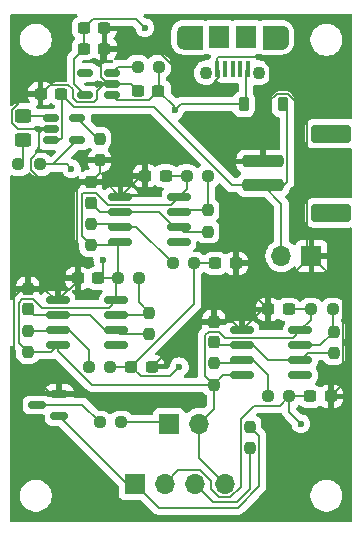
<source format=gtl>
G04 #@! TF.GenerationSoftware,KiCad,Pcbnew,8.0.1*
G04 #@! TF.CreationDate,2024-12-01T21:33:56-08:00*
G04 #@! TF.ProjectId,ledFlicker,6c656446-6c69-4636-9b65-722e6b696361,rev?*
G04 #@! TF.SameCoordinates,Original*
G04 #@! TF.FileFunction,Copper,L1,Top*
G04 #@! TF.FilePolarity,Positive*
%FSLAX46Y46*%
G04 Gerber Fmt 4.6, Leading zero omitted, Abs format (unit mm)*
G04 Created by KiCad (PCBNEW 8.0.1) date 2024-12-01 21:33:56*
%MOMM*%
%LPD*%
G01*
G04 APERTURE LIST*
G04 Aperture macros list*
%AMRoundRect*
0 Rectangle with rounded corners*
0 $1 Rounding radius*
0 $2 $3 $4 $5 $6 $7 $8 $9 X,Y pos of 4 corners*
0 Add a 4 corners polygon primitive as box body*
4,1,4,$2,$3,$4,$5,$6,$7,$8,$9,$2,$3,0*
0 Add four circle primitives for the rounded corners*
1,1,$1+$1,$2,$3*
1,1,$1+$1,$4,$5*
1,1,$1+$1,$6,$7*
1,1,$1+$1,$8,$9*
0 Add four rect primitives between the rounded corners*
20,1,$1+$1,$2,$3,$4,$5,0*
20,1,$1+$1,$4,$5,$6,$7,0*
20,1,$1+$1,$6,$7,$8,$9,0*
20,1,$1+$1,$8,$9,$2,$3,0*%
G04 Aperture macros list end*
G04 #@! TA.AperFunction,EtchedComponent*
%ADD10C,0.010000*%
G04 #@! TD*
G04 #@! TA.AperFunction,SMDPad,CuDef*
%ADD11R,0.400000X1.350000*%
G04 #@! TD*
G04 #@! TA.AperFunction,SMDPad,CuDef*
%ADD12R,1.800000X1.900000*%
G04 #@! TD*
G04 #@! TA.AperFunction,ComponentPad*
%ADD13O,1.010000X1.900000*%
G04 #@! TD*
G04 #@! TA.AperFunction,ComponentPad*
%ADD14C,1.100000*%
G04 #@! TD*
G04 #@! TA.AperFunction,SMDPad,CuDef*
%ADD15RoundRect,0.237500X0.237500X-0.250000X0.237500X0.250000X-0.237500X0.250000X-0.237500X-0.250000X0*%
G04 #@! TD*
G04 #@! TA.AperFunction,SMDPad,CuDef*
%ADD16RoundRect,0.237500X-0.250000X-0.237500X0.250000X-0.237500X0.250000X0.237500X-0.250000X0.237500X0*%
G04 #@! TD*
G04 #@! TA.AperFunction,SMDPad,CuDef*
%ADD17RoundRect,0.250000X-0.450000X0.325000X-0.450000X-0.325000X0.450000X-0.325000X0.450000X0.325000X0*%
G04 #@! TD*
G04 #@! TA.AperFunction,SMDPad,CuDef*
%ADD18RoundRect,0.237500X0.300000X0.237500X-0.300000X0.237500X-0.300000X-0.237500X0.300000X-0.237500X0*%
G04 #@! TD*
G04 #@! TA.AperFunction,SMDPad,CuDef*
%ADD19RoundRect,0.150000X-0.512500X-0.150000X0.512500X-0.150000X0.512500X0.150000X-0.512500X0.150000X0*%
G04 #@! TD*
G04 #@! TA.AperFunction,SMDPad,CuDef*
%ADD20RoundRect,0.150000X-0.825000X-0.150000X0.825000X-0.150000X0.825000X0.150000X-0.825000X0.150000X0*%
G04 #@! TD*
G04 #@! TA.AperFunction,SMDPad,CuDef*
%ADD21RoundRect,0.237500X0.250000X0.237500X-0.250000X0.237500X-0.250000X-0.237500X0.250000X-0.237500X0*%
G04 #@! TD*
G04 #@! TA.AperFunction,SMDPad,CuDef*
%ADD22RoundRect,0.250000X1.500000X-0.250000X1.500000X0.250000X-1.500000X0.250000X-1.500000X-0.250000X0*%
G04 #@! TD*
G04 #@! TA.AperFunction,SMDPad,CuDef*
%ADD23RoundRect,0.250001X1.449999X-0.499999X1.449999X0.499999X-1.449999X0.499999X-1.449999X-0.499999X0*%
G04 #@! TD*
G04 #@! TA.AperFunction,ComponentPad*
%ADD24R,1.700000X1.700000*%
G04 #@! TD*
G04 #@! TA.AperFunction,ComponentPad*
%ADD25O,1.700000X1.700000*%
G04 #@! TD*
G04 #@! TA.AperFunction,SMDPad,CuDef*
%ADD26RoundRect,0.150000X0.587500X0.150000X-0.587500X0.150000X-0.587500X-0.150000X0.587500X-0.150000X0*%
G04 #@! TD*
G04 #@! TA.AperFunction,SMDPad,CuDef*
%ADD27RoundRect,0.237500X0.237500X-0.300000X0.237500X0.300000X-0.237500X0.300000X-0.237500X-0.300000X0*%
G04 #@! TD*
G04 #@! TA.AperFunction,SMDPad,CuDef*
%ADD28RoundRect,0.150000X0.512500X0.150000X-0.512500X0.150000X-0.512500X-0.150000X0.512500X-0.150000X0*%
G04 #@! TD*
G04 #@! TA.AperFunction,SMDPad,CuDef*
%ADD29RoundRect,0.237500X-0.237500X0.250000X-0.237500X-0.250000X0.237500X-0.250000X0.237500X0.250000X0*%
G04 #@! TD*
G04 #@! TA.AperFunction,SMDPad,CuDef*
%ADD30RoundRect,0.225000X-0.225000X-0.375000X0.225000X-0.375000X0.225000X0.375000X-0.225000X0.375000X0*%
G04 #@! TD*
G04 #@! TA.AperFunction,SMDPad,CuDef*
%ADD31RoundRect,0.237500X-0.300000X-0.237500X0.300000X-0.237500X0.300000X0.237500X-0.300000X0.237500X0*%
G04 #@! TD*
G04 #@! TA.AperFunction,ViaPad*
%ADD32C,0.600000*%
G04 #@! TD*
G04 #@! TA.AperFunction,Conductor*
%ADD33C,0.200000*%
G04 #@! TD*
G04 APERTURE END LIST*
D10*
X170251000Y-31229500D02*
X170277000Y-31231500D01*
X170303000Y-31235500D01*
X170329000Y-31239500D01*
X170354000Y-31246500D01*
X170380000Y-31253500D01*
X170404000Y-31262500D01*
X170428000Y-31272500D01*
X170452000Y-31283500D01*
X170475000Y-31295500D01*
X170497000Y-31309500D01*
X170519000Y-31324500D01*
X170540000Y-31340500D01*
X170560000Y-31357500D01*
X170579000Y-31375500D01*
X170597000Y-31394500D01*
X170614000Y-31414500D01*
X170630000Y-31435500D01*
X170644000Y-31456500D01*
X170658000Y-31478500D01*
X170671000Y-31502500D01*
X170682000Y-31525500D01*
X170692000Y-31549500D01*
X170701000Y-31574500D01*
X170708000Y-31599500D01*
X170714000Y-31625500D01*
X170719000Y-31650500D01*
X170722000Y-31676500D01*
X170724000Y-31702500D01*
X170725000Y-31728500D01*
X170725000Y-32629500D01*
X170724000Y-32655500D01*
X170722000Y-32681500D01*
X170719000Y-32707500D01*
X170714000Y-32732500D01*
X170708000Y-32758500D01*
X170701000Y-32783500D01*
X170692000Y-32808500D01*
X170682000Y-32832500D01*
X170671000Y-32855500D01*
X170658000Y-32878500D01*
X170644000Y-32901500D01*
X170630000Y-32922500D01*
X170614000Y-32943500D01*
X170597000Y-32963500D01*
X170579000Y-32982500D01*
X170560000Y-33000500D01*
X170540000Y-33017500D01*
X170519000Y-33033500D01*
X170497000Y-33048500D01*
X170475000Y-33062500D01*
X170452000Y-33074500D01*
X170428000Y-33085500D01*
X170404000Y-33095500D01*
X170380000Y-33104500D01*
X170354000Y-33111500D01*
X170329000Y-33118500D01*
X170303000Y-33122500D01*
X170277000Y-33126500D01*
X170251000Y-33128500D01*
X170225000Y-33128500D01*
X168650000Y-33129000D01*
X168650000Y-33128500D01*
X168650000Y-31228500D01*
X170225000Y-31228500D01*
X170251000Y-31229500D01*
G04 #@! TA.AperFunction,EtchedComponent*
G36*
X170251000Y-31229500D02*
G01*
X170277000Y-31231500D01*
X170303000Y-31235500D01*
X170329000Y-31239500D01*
X170354000Y-31246500D01*
X170380000Y-31253500D01*
X170404000Y-31262500D01*
X170428000Y-31272500D01*
X170452000Y-31283500D01*
X170475000Y-31295500D01*
X170497000Y-31309500D01*
X170519000Y-31324500D01*
X170540000Y-31340500D01*
X170560000Y-31357500D01*
X170579000Y-31375500D01*
X170597000Y-31394500D01*
X170614000Y-31414500D01*
X170630000Y-31435500D01*
X170644000Y-31456500D01*
X170658000Y-31478500D01*
X170671000Y-31502500D01*
X170682000Y-31525500D01*
X170692000Y-31549500D01*
X170701000Y-31574500D01*
X170708000Y-31599500D01*
X170714000Y-31625500D01*
X170719000Y-31650500D01*
X170722000Y-31676500D01*
X170724000Y-31702500D01*
X170725000Y-31728500D01*
X170725000Y-32629500D01*
X170724000Y-32655500D01*
X170722000Y-32681500D01*
X170719000Y-32707500D01*
X170714000Y-32732500D01*
X170708000Y-32758500D01*
X170701000Y-32783500D01*
X170692000Y-32808500D01*
X170682000Y-32832500D01*
X170671000Y-32855500D01*
X170658000Y-32878500D01*
X170644000Y-32901500D01*
X170630000Y-32922500D01*
X170614000Y-32943500D01*
X170597000Y-32963500D01*
X170579000Y-32982500D01*
X170560000Y-33000500D01*
X170540000Y-33017500D01*
X170519000Y-33033500D01*
X170497000Y-33048500D01*
X170475000Y-33062500D01*
X170452000Y-33074500D01*
X170428000Y-33085500D01*
X170404000Y-33095500D01*
X170380000Y-33104500D01*
X170354000Y-33111500D01*
X170329000Y-33118500D01*
X170303000Y-33122500D01*
X170277000Y-33126500D01*
X170251000Y-33128500D01*
X170225000Y-33128500D01*
X168650000Y-33129000D01*
X168650000Y-33128500D01*
X168650000Y-31228500D01*
X170225000Y-31228500D01*
X170251000Y-31229500D01*
G37*
G04 #@! TD.AperFunction*
X163450000Y-31229000D02*
X163450000Y-33128500D01*
X161875000Y-33128500D01*
X161849000Y-33128500D01*
X161823000Y-33126500D01*
X161797000Y-33122500D01*
X161771000Y-33118500D01*
X161746000Y-33111500D01*
X161720000Y-33104500D01*
X161696000Y-33095500D01*
X161672000Y-33085500D01*
X161648000Y-33074500D01*
X161625000Y-33062500D01*
X161603000Y-33048500D01*
X161581000Y-33033500D01*
X161560000Y-33017500D01*
X161540000Y-33000500D01*
X161521000Y-32982500D01*
X161503000Y-32963500D01*
X161486000Y-32943500D01*
X161470000Y-32922500D01*
X161456000Y-32901500D01*
X161442000Y-32878500D01*
X161429000Y-32855500D01*
X161418000Y-32832500D01*
X161408000Y-32808500D01*
X161399000Y-32783500D01*
X161392000Y-32758500D01*
X161386000Y-32732500D01*
X161381000Y-32707500D01*
X161378000Y-32681500D01*
X161376000Y-32655500D01*
X161375000Y-32629500D01*
X161375000Y-31728500D01*
X161376000Y-31702500D01*
X161378000Y-31676500D01*
X161381000Y-31650500D01*
X161386000Y-31625500D01*
X161392000Y-31599500D01*
X161399000Y-31574500D01*
X161408000Y-31549500D01*
X161418000Y-31525500D01*
X161429000Y-31502500D01*
X161442000Y-31478500D01*
X161456000Y-31456500D01*
X161470000Y-31435500D01*
X161486000Y-31414500D01*
X161503000Y-31394500D01*
X161521000Y-31375500D01*
X161540000Y-31357500D01*
X161560000Y-31340500D01*
X161581000Y-31324500D01*
X161603000Y-31309500D01*
X161625000Y-31295500D01*
X161648000Y-31283500D01*
X161672000Y-31272500D01*
X161696000Y-31262500D01*
X161720000Y-31253500D01*
X161746000Y-31246500D01*
X161771000Y-31239500D01*
X161797000Y-31235500D01*
X161823000Y-31231500D01*
X161849000Y-31229500D01*
X161875000Y-31228500D01*
X163450000Y-31229000D01*
G04 #@! TA.AperFunction,EtchedComponent*
G36*
X163450000Y-31229000D02*
G01*
X163450000Y-33128500D01*
X161875000Y-33128500D01*
X161849000Y-33128500D01*
X161823000Y-33126500D01*
X161797000Y-33122500D01*
X161771000Y-33118500D01*
X161746000Y-33111500D01*
X161720000Y-33104500D01*
X161696000Y-33095500D01*
X161672000Y-33085500D01*
X161648000Y-33074500D01*
X161625000Y-33062500D01*
X161603000Y-33048500D01*
X161581000Y-33033500D01*
X161560000Y-33017500D01*
X161540000Y-33000500D01*
X161521000Y-32982500D01*
X161503000Y-32963500D01*
X161486000Y-32943500D01*
X161470000Y-32922500D01*
X161456000Y-32901500D01*
X161442000Y-32878500D01*
X161429000Y-32855500D01*
X161418000Y-32832500D01*
X161408000Y-32808500D01*
X161399000Y-32783500D01*
X161392000Y-32758500D01*
X161386000Y-32732500D01*
X161381000Y-32707500D01*
X161378000Y-32681500D01*
X161376000Y-32655500D01*
X161375000Y-32629500D01*
X161375000Y-31728500D01*
X161376000Y-31702500D01*
X161378000Y-31676500D01*
X161381000Y-31650500D01*
X161386000Y-31625500D01*
X161392000Y-31599500D01*
X161399000Y-31574500D01*
X161408000Y-31549500D01*
X161418000Y-31525500D01*
X161429000Y-31502500D01*
X161442000Y-31478500D01*
X161456000Y-31456500D01*
X161470000Y-31435500D01*
X161486000Y-31414500D01*
X161503000Y-31394500D01*
X161521000Y-31375500D01*
X161540000Y-31357500D01*
X161560000Y-31340500D01*
X161581000Y-31324500D01*
X161603000Y-31309500D01*
X161625000Y-31295500D01*
X161648000Y-31283500D01*
X161672000Y-31272500D01*
X161696000Y-31262500D01*
X161720000Y-31253500D01*
X161746000Y-31246500D01*
X161771000Y-31239500D01*
X161797000Y-31235500D01*
X161823000Y-31231500D01*
X161849000Y-31229500D01*
X161875000Y-31228500D01*
X163450000Y-31229000D01*
G37*
G04 #@! TD.AperFunction*
D11*
X167350000Y-34854000D03*
X166700000Y-34854000D03*
X166050000Y-34854000D03*
X165400000Y-34854000D03*
X164750000Y-34854000D03*
D12*
X164900000Y-32179000D03*
X167200000Y-32179000D03*
D13*
X170225000Y-32179000D03*
X161875000Y-32179000D03*
D14*
X168275000Y-35179000D03*
X163825000Y-35179000D03*
D15*
X148717000Y-58824500D03*
X148717000Y-56999500D03*
D16*
X162155500Y-43915500D03*
X163980500Y-43915500D03*
D17*
X148336000Y-38853000D03*
X148336000Y-40903000D03*
D18*
X160374500Y-43915500D03*
X158649500Y-43915500D03*
D19*
X150640500Y-39010000D03*
X150640500Y-39960000D03*
X150640500Y-40910000D03*
X152915500Y-40910000D03*
X152915500Y-39010000D03*
D18*
X154659500Y-52578000D03*
X152934500Y-52578000D03*
D20*
X166842500Y-56996500D03*
X166842500Y-58266500D03*
X166842500Y-59536500D03*
X166842500Y-60806500D03*
X171792500Y-60806500D03*
X171792500Y-59536500D03*
X171792500Y-58266500D03*
X171792500Y-56996500D03*
D21*
X156614500Y-64770000D03*
X154789500Y-64770000D03*
D22*
X168621000Y-44688000D03*
X168621000Y-42688000D03*
D23*
X174371000Y-47038000D03*
X174371000Y-40338000D03*
D15*
X164465000Y-61592000D03*
X164465000Y-59767000D03*
D16*
X172696500Y-55218500D03*
X174521500Y-55218500D03*
D24*
X172725000Y-50673000D03*
D25*
X170185000Y-50673000D03*
D26*
X151384000Y-64257000D03*
X151384000Y-62357000D03*
X149509000Y-63307000D03*
D20*
X151260000Y-54456500D03*
X151260000Y-55726500D03*
X151260000Y-56996500D03*
X151260000Y-58266500D03*
X156210000Y-58266500D03*
X156210000Y-56996500D03*
X156210000Y-55726500D03*
X156210000Y-54456500D03*
D27*
X164465000Y-57986000D03*
X164465000Y-56261000D03*
D16*
X156313500Y-52578000D03*
X158138500Y-52578000D03*
D28*
X155851000Y-37077500D03*
X155851000Y-36127500D03*
X155851000Y-35177500D03*
X153576000Y-35177500D03*
X153576000Y-37077500D03*
D29*
X167513000Y-65127500D03*
X167513000Y-66952500D03*
D20*
X156555500Y-45667000D03*
X156555500Y-46937000D03*
X156555500Y-48207000D03*
X156555500Y-49477000D03*
X161505500Y-49477000D03*
X161505500Y-48207000D03*
X161505500Y-46937000D03*
X161505500Y-45667000D03*
D15*
X154797000Y-42584500D03*
X154797000Y-40759500D03*
D29*
X163957000Y-46813000D03*
X163957000Y-48638000D03*
D16*
X160962500Y-51308000D03*
X162787500Y-51308000D03*
D15*
X154051000Y-49781000D03*
X154051000Y-47956000D03*
D30*
X167006000Y-37846000D03*
X170306000Y-37846000D03*
D31*
X172619500Y-62584500D03*
X174344500Y-62584500D03*
D24*
X157744000Y-69977000D03*
D25*
X160284000Y-69977000D03*
X162824000Y-69977000D03*
X165364000Y-69977000D03*
D18*
X151511000Y-36957000D03*
X149786000Y-36957000D03*
D31*
X157480000Y-60071000D03*
X159205000Y-60071000D03*
D18*
X170788500Y-55218500D03*
X169063500Y-55218500D03*
D29*
X159004000Y-55475500D03*
X159004000Y-57300500D03*
D27*
X148717000Y-55192000D03*
X148717000Y-53467000D03*
D16*
X153877000Y-60071000D03*
X155702000Y-60071000D03*
D18*
X159772500Y-36696500D03*
X158047500Y-36696500D03*
D24*
X160650000Y-64897000D03*
D25*
X163190000Y-64897000D03*
D31*
X164592000Y-51308000D03*
X166317000Y-51308000D03*
D16*
X147915500Y-42942000D03*
X149740500Y-42942000D03*
D31*
X153475500Y-31362500D03*
X155200500Y-31362500D03*
D27*
X154051000Y-46175000D03*
X154051000Y-44450000D03*
D21*
X159822500Y-34664500D03*
X157997500Y-34664500D03*
D31*
X153475500Y-33140500D03*
X155200500Y-33140500D03*
D16*
X169013500Y-62584500D03*
X170838500Y-62584500D03*
D29*
X174625000Y-57100000D03*
X174625000Y-58925000D03*
D32*
X161163000Y-38354000D03*
X152400000Y-43307000D03*
X155067000Y-51054000D03*
X158623000Y-31369000D03*
X171831000Y-64897000D03*
X161544000Y-60071000D03*
D33*
X169787304Y-36946000D02*
X168962152Y-37771152D01*
X168962152Y-37771152D02*
X168621000Y-38112304D01*
X164850000Y-33879000D02*
X168439324Y-33879000D01*
X164750000Y-34854000D02*
X164750000Y-33979000D01*
X164750000Y-33979000D02*
X164850000Y-33879000D01*
X168439324Y-33879000D02*
X169225000Y-34664676D01*
X169225000Y-34664676D02*
X169225000Y-37508304D01*
X169225000Y-37508304D02*
X168962152Y-37771152D01*
X167006000Y-37846000D02*
X161671000Y-37846000D01*
X161671000Y-37846000D02*
X161163000Y-38354000D01*
X164750000Y-34854000D02*
X164900000Y-35004000D01*
X167350000Y-34854000D02*
X167200000Y-35004000D01*
X167200000Y-35004000D02*
X167200000Y-37652000D01*
X167200000Y-37652000D02*
X167006000Y-37846000D01*
X164900000Y-35004000D02*
X164900000Y-35568324D01*
X162861222Y-36449000D02*
X159552722Y-33140500D01*
X164900000Y-35568324D02*
X164019324Y-36449000D01*
X164019324Y-36449000D02*
X162861222Y-36449000D01*
X159552722Y-33140500D02*
X155200500Y-33140500D01*
X168621000Y-38112304D02*
X168621000Y-42688000D01*
X170754696Y-36946000D02*
X169787304Y-36946000D01*
X147883256Y-39960000D02*
X150640500Y-39960000D01*
X175400000Y-61529000D02*
X175400000Y-53348000D01*
X151260000Y-54456500D02*
X151103500Y-54456500D01*
X155497948Y-36127500D02*
X154888500Y-35518052D01*
X169063500Y-55218500D02*
X168620500Y-55218500D01*
X150646501Y-62357000D02*
X147542000Y-59252499D01*
X159205000Y-60071000D02*
X163015000Y-56261000D01*
X147336000Y-38293256D02*
X147336000Y-39412744D01*
X175400000Y-53348000D02*
X172725000Y-50673000D01*
X154797000Y-43704000D02*
X154051000Y-44450000D01*
X155338500Y-44450000D02*
X156555500Y-45667000D01*
X169063500Y-55218500D02*
X169063500Y-54334500D01*
X147336000Y-39412744D02*
X147883256Y-39960000D01*
X147542000Y-59252499D02*
X147542000Y-54167000D01*
X148242000Y-53467000D02*
X148717000Y-53467000D01*
X152934500Y-52578000D02*
X152934500Y-52782000D01*
X155147948Y-36127500D02*
X155851000Y-36127500D01*
X166317000Y-52472000D02*
X169063500Y-55218500D01*
X154888500Y-33452500D02*
X155200500Y-33140500D01*
X157478500Y-36127500D02*
X158047500Y-36696500D01*
X158649500Y-43915500D02*
X158307000Y-43915500D01*
X150640500Y-39960000D02*
X149978001Y-39960000D01*
X149786000Y-36957000D02*
X150561000Y-36182000D01*
X154051000Y-44450000D02*
X155338500Y-44450000D01*
X155851000Y-36127500D02*
X155497948Y-36127500D01*
X166317000Y-51308000D02*
X166317000Y-52472000D01*
X149987000Y-44450000D02*
X154051000Y-44450000D01*
X170196000Y-42688000D02*
X168621000Y-42688000D01*
X152872948Y-37677500D02*
X154279052Y-37677500D01*
X151384000Y-62357000D02*
X150646501Y-62357000D01*
X174344500Y-62584500D02*
X175400000Y-61529000D01*
X147542000Y-54167000D02*
X148242000Y-53467000D01*
X152508814Y-36576000D02*
X152508814Y-37313366D01*
X155851000Y-36127500D02*
X157478500Y-36127500D01*
X151103500Y-54456500D02*
X150114000Y-53467000D01*
X149978001Y-39960000D02*
X149678000Y-40260001D01*
X163015000Y-56261000D02*
X164465000Y-56261000D01*
X152876000Y-52519500D02*
X152876000Y-44990000D01*
X152876000Y-44990000D02*
X153416000Y-44450000D01*
X154279052Y-37677500D02*
X154538500Y-37418052D01*
X148953000Y-42475278D02*
X148953000Y-43416000D01*
X148953000Y-43416000D02*
X149987000Y-44450000D01*
X172725000Y-50673000D02*
X172371000Y-50319000D01*
X150114000Y-53467000D02*
X148717000Y-53467000D01*
X149786000Y-36957000D02*
X148672256Y-36957000D01*
X152114814Y-36182000D02*
X152508814Y-36576000D01*
X154797000Y-42584500D02*
X154797000Y-43704000D01*
X154538500Y-37418052D02*
X154538500Y-36736948D01*
X154888500Y-35518052D02*
X154888500Y-33452500D01*
X153416000Y-44450000D02*
X154051000Y-44450000D01*
X148672256Y-36957000D02*
X147336000Y-38293256D01*
X169063500Y-54334500D02*
X172725000Y-50673000D01*
X172371000Y-50319000D02*
X172371000Y-38562304D01*
X149678000Y-41750278D02*
X148953000Y-42475278D01*
X154538500Y-36736948D02*
X155147948Y-36127500D01*
X152934500Y-52782000D02*
X151260000Y-54456500D01*
X155200500Y-31362500D02*
X155200500Y-33140500D01*
X152934500Y-52578000D02*
X152876000Y-52519500D01*
X158307000Y-43915500D02*
X156555500Y-45667000D01*
X164465000Y-56261000D02*
X166107000Y-56261000D01*
X150561000Y-36182000D02*
X152114814Y-36182000D01*
X172371000Y-38562304D02*
X170754696Y-36946000D01*
X149678000Y-40260001D02*
X149678000Y-41750278D01*
X166107000Y-56261000D02*
X166842500Y-56996500D01*
X168620500Y-55218500D02*
X166842500Y-56996500D01*
X152508814Y-37313366D02*
X152872948Y-37677500D01*
X149740500Y-42942000D02*
X150883500Y-42942000D01*
X161163000Y-38354000D02*
X161163000Y-38087000D01*
X159822500Y-34664500D02*
X159822500Y-36646500D01*
X158997500Y-37471500D02*
X159772500Y-36696500D01*
X152035000Y-42942000D02*
X149740500Y-42942000D01*
X152400000Y-43307000D02*
X152035000Y-42942000D01*
X156245000Y-37471500D02*
X158997500Y-37471500D01*
X155851000Y-37077500D02*
X156245000Y-37471500D01*
X150883500Y-42942000D02*
X152915500Y-40910000D01*
X161163000Y-38087000D02*
X159772500Y-36696500D01*
X159822500Y-36646500D02*
X159772500Y-36696500D01*
X156251500Y-49781000D02*
X156555500Y-49477000D01*
X172696500Y-56092500D02*
X172696500Y-55218500D01*
X162155500Y-43915500D02*
X162155500Y-45017000D01*
X164465000Y-61592000D02*
X164465000Y-63622000D01*
X155067000Y-52170500D02*
X154659500Y-52578000D01*
X151260000Y-58708222D02*
X151260000Y-58266500D01*
X147942000Y-58049500D02*
X148717000Y-58824500D01*
X155517222Y-46337000D02*
X154517722Y-45337500D01*
X153276000Y-45479000D02*
X153276000Y-49006000D01*
X164921500Y-57098500D02*
X164008500Y-57098500D01*
X171192500Y-57596500D02*
X165419500Y-57596500D01*
X160835500Y-46337000D02*
X155517222Y-46337000D01*
X155610000Y-55056500D02*
X149885722Y-55056500D01*
X148717000Y-58824500D02*
X150702000Y-58824500D01*
X171792500Y-56996500D02*
X171192500Y-57596500D01*
X153276000Y-49006000D02*
X154051000Y-49781000D01*
X163690000Y-57417000D02*
X163690000Y-60817000D01*
X150702000Y-58824500D02*
X151260000Y-58266500D01*
X149183722Y-54354500D02*
X148250278Y-54354500D01*
X155067000Y-51054000D02*
X155067000Y-52170500D01*
X156210000Y-54456500D02*
X155610000Y-55056500D01*
X153475500Y-31362500D02*
X153475500Y-33140500D01*
X166842500Y-60806500D02*
X165250500Y-60806500D01*
X154517722Y-45337500D02*
X153417500Y-45337500D01*
X164465000Y-61592000D02*
X154143778Y-61592000D01*
X152613500Y-34002500D02*
X153475500Y-33140500D01*
X157841500Y-30587500D02*
X154250500Y-30587500D01*
X154659500Y-52578000D02*
X156313500Y-52578000D01*
X162155500Y-45017000D02*
X161505500Y-45667000D01*
X156210000Y-52681500D02*
X156313500Y-52578000D01*
X165419500Y-57596500D02*
X164921500Y-57098500D01*
X149885722Y-55056500D02*
X149183722Y-54354500D01*
X158623000Y-31369000D02*
X157841500Y-30587500D01*
X148250278Y-54354500D02*
X147942000Y-54662778D01*
X156313500Y-49719000D02*
X156555500Y-49477000D01*
X163690000Y-60817000D02*
X164465000Y-61592000D01*
X156210000Y-54456500D02*
X156210000Y-52681500D01*
X161505500Y-45667000D02*
X160835500Y-46337000D01*
X165250500Y-60806500D02*
X164465000Y-61592000D01*
X160374500Y-43915500D02*
X162155500Y-43915500D01*
X153417500Y-45337500D02*
X153276000Y-45479000D01*
X153576000Y-37077500D02*
X152613500Y-36115000D01*
X154250500Y-30587500D02*
X153475500Y-31362500D01*
X147942000Y-54662778D02*
X147942000Y-58049500D01*
X170788500Y-55218500D02*
X172696500Y-55218500D01*
X156313500Y-52578000D02*
X156313500Y-49719000D01*
X152613500Y-36115000D02*
X152613500Y-34002500D01*
X164465000Y-63622000D02*
X163190000Y-64897000D01*
X164008500Y-57098500D02*
X163690000Y-57417000D01*
X171792500Y-56996500D02*
X172696500Y-56092500D01*
X163190000Y-67803000D02*
X165364000Y-69977000D01*
X154143778Y-61592000D02*
X151260000Y-58708222D01*
X154051000Y-49781000D02*
X156251500Y-49781000D01*
X163190000Y-64897000D02*
X163190000Y-67803000D01*
X151603000Y-37049000D02*
X151603000Y-40675000D01*
X170671000Y-44388000D02*
X170371000Y-44688000D01*
X159396722Y-38077500D02*
X152631500Y-38077500D01*
X168621000Y-44688000D02*
X166007222Y-44688000D01*
X170185000Y-46252000D02*
X168621000Y-44688000D01*
X151603000Y-40675000D02*
X151368000Y-40910000D01*
X170671000Y-38211000D02*
X170671000Y-44388000D01*
X151368000Y-40910000D02*
X150640500Y-40910000D01*
X170306000Y-37841726D02*
X170306000Y-37846000D01*
X170371000Y-44688000D02*
X168621000Y-44688000D01*
X170306000Y-37846000D02*
X170671000Y-38211000D01*
X166007222Y-44688000D02*
X159396722Y-38077500D01*
X170185000Y-50673000D02*
X170185000Y-46252000D01*
X151511000Y-36957000D02*
X151603000Y-37049000D01*
X152631500Y-38077500D02*
X151511000Y-36957000D01*
X160769000Y-60846000D02*
X161544000Y-60071000D01*
X160284000Y-69977000D02*
X161434000Y-68827000D01*
X170838500Y-63904500D02*
X170838500Y-62584500D01*
X162787500Y-54771222D02*
X157487722Y-60071000D01*
X164214000Y-69740654D02*
X164214000Y-70453346D01*
X165840346Y-71127000D02*
X166738000Y-70229346D01*
X157487722Y-60071000D02*
X157480000Y-60071000D01*
X162787500Y-51308000D02*
X162787500Y-54771222D01*
X171831000Y-64897000D02*
X170838500Y-63904500D01*
X166738000Y-64529000D02*
X167894000Y-63373000D01*
X157480000Y-60071000D02*
X155702000Y-60071000D01*
X166738000Y-70229346D02*
X166738000Y-64529000D01*
X167894000Y-63373000D02*
X170050000Y-63373000D01*
X158255000Y-60846000D02*
X160769000Y-60846000D01*
X170838500Y-62584500D02*
X172619500Y-62584500D01*
X164214000Y-70453346D02*
X164887654Y-71127000D01*
X163300346Y-68827000D02*
X164214000Y-69740654D01*
X157480000Y-60071000D02*
X158255000Y-60846000D01*
X161434000Y-68827000D02*
X163300346Y-68827000D01*
X164592000Y-51308000D02*
X162787500Y-51308000D01*
X170050000Y-63373000D02*
X170838500Y-62584500D01*
X164887654Y-71127000D02*
X165840346Y-71127000D01*
X167817499Y-58266500D02*
X166842500Y-58266500D01*
X169087499Y-59536500D02*
X167817499Y-58266500D01*
X174625000Y-58925000D02*
X172404000Y-58925000D01*
X164745500Y-58266500D02*
X166842500Y-58266500D01*
X164465000Y-57986000D02*
X164745500Y-58266500D01*
X171792500Y-59536500D02*
X169087499Y-59536500D01*
X172404000Y-58925000D02*
X171792500Y-59536500D01*
X151260000Y-55726500D02*
X149251500Y-55726500D01*
X153965001Y-55726500D02*
X155235001Y-56996500D01*
X159004000Y-57300500D02*
X156514000Y-57300500D01*
X151260000Y-55726500D02*
X153965001Y-55726500D01*
X149251500Y-55726500D02*
X148717000Y-55192000D01*
X156514000Y-57300500D02*
X156210000Y-56996500D01*
X155235001Y-56996500D02*
X156210000Y-56996500D01*
X161110000Y-48207000D02*
X159840000Y-46937000D01*
X154051000Y-46175000D02*
X154813000Y-46937000D01*
X159840000Y-46937000D02*
X156555500Y-46937000D01*
X154813000Y-46937000D02*
X156555500Y-46937000D01*
X161936500Y-48638000D02*
X161505500Y-48207000D01*
X163957000Y-48638000D02*
X161936500Y-48638000D01*
X161505500Y-48207000D02*
X161110000Y-48207000D01*
X148336000Y-38853000D02*
X150483500Y-38853000D01*
X148207000Y-39010000D02*
X147939000Y-38742000D01*
X150483500Y-38853000D02*
X150640500Y-39010000D01*
X148336000Y-42521500D02*
X147915500Y-42942000D01*
X148336000Y-40903000D02*
X148336000Y-42521500D01*
X153326500Y-63307000D02*
X154789500Y-64770000D01*
X149509000Y-63307000D02*
X153326500Y-63307000D01*
X152915500Y-39010000D02*
X154665000Y-40759500D01*
X154665000Y-40759500D02*
X154797000Y-40759500D01*
X157997500Y-34664500D02*
X156364000Y-34664500D01*
X156364000Y-34664500D02*
X155851000Y-35177500D01*
X169013500Y-60732501D02*
X167817499Y-59536500D01*
X169013500Y-62584500D02*
X169013500Y-60732501D01*
X164465000Y-59767000D02*
X166612000Y-59767000D01*
X166612000Y-59767000D02*
X166842500Y-59536500D01*
X167817499Y-59536500D02*
X166842500Y-59536500D01*
X153877000Y-60071000D02*
X153877000Y-58638501D01*
X152234999Y-56996500D02*
X151260000Y-56996500D01*
X153877000Y-58638501D02*
X152234999Y-56996500D01*
X151257000Y-56999500D02*
X151260000Y-56996500D01*
X148717000Y-56999500D02*
X151257000Y-56999500D01*
X174521500Y-55218500D02*
X174521500Y-56996500D01*
X174625000Y-57100000D02*
X173458500Y-58266500D01*
X174521500Y-56996500D02*
X174625000Y-57100000D01*
X173458500Y-58266500D02*
X171792500Y-58266500D01*
X158753000Y-55726500D02*
X159004000Y-55475500D01*
X158138500Y-54610000D02*
X159004000Y-55475500D01*
X158138500Y-52578000D02*
X158138500Y-54610000D01*
X156210000Y-55726500D02*
X158753000Y-55726500D01*
X156304500Y-47956000D02*
X156555500Y-48207000D01*
X154051000Y-47956000D02*
X156304500Y-47956000D01*
X156555500Y-48207000D02*
X157861500Y-48207000D01*
X157861500Y-48207000D02*
X160962500Y-51308000D01*
X163980500Y-43915500D02*
X163980500Y-46789500D01*
X163980500Y-46789500D02*
X163957000Y-46813000D01*
X163957000Y-46813000D02*
X161629500Y-46813000D01*
X161629500Y-46813000D02*
X161505500Y-46937000D01*
X156614500Y-64770000D02*
X160523000Y-64770000D01*
X160523000Y-64770000D02*
X160650000Y-64897000D01*
X166485371Y-72009000D02*
X159776000Y-72009000D01*
X168288000Y-65902500D02*
X168288000Y-70206371D01*
X168288000Y-70206371D02*
X166485371Y-72009000D01*
X167513000Y-65127500D02*
X168288000Y-65902500D01*
X151384000Y-64257000D02*
X157104000Y-69977000D01*
X159776000Y-72009000D02*
X157744000Y-69977000D01*
X157104000Y-69977000D02*
X157744000Y-69977000D01*
X164374000Y-71527000D02*
X162824000Y-69977000D01*
X167513000Y-66952500D02*
X167513000Y-70415686D01*
X166401685Y-71527000D02*
X164374000Y-71527000D01*
X167513000Y-70415686D02*
X166401685Y-71527000D01*
G04 #@! TA.AperFunction,Conductor*
G36*
X176127539Y-30238185D02*
G01*
X176173294Y-30290989D01*
X176184500Y-30342500D01*
X176184500Y-38996101D01*
X176164815Y-39063140D01*
X176112011Y-39108895D01*
X176042853Y-39118839D01*
X176021497Y-39113807D01*
X175973799Y-39098001D01*
X175973795Y-39098000D01*
X175871015Y-39087500D01*
X175871008Y-39087500D01*
X172870992Y-39087500D01*
X172870984Y-39087500D01*
X172768204Y-39098000D01*
X172768203Y-39098001D01*
X172601664Y-39153186D01*
X172601662Y-39153187D01*
X172452348Y-39245286D01*
X172452344Y-39245289D01*
X172328289Y-39369344D01*
X172328286Y-39369348D01*
X172236187Y-39518662D01*
X172236186Y-39518664D01*
X172181001Y-39685203D01*
X172181000Y-39685204D01*
X172170500Y-39787984D01*
X172170500Y-40888015D01*
X172181000Y-40990795D01*
X172181001Y-40990796D01*
X172236186Y-41157335D01*
X172236187Y-41157337D01*
X172328286Y-41306651D01*
X172328289Y-41306655D01*
X172452344Y-41430710D01*
X172452348Y-41430713D01*
X172601662Y-41522812D01*
X172601664Y-41522813D01*
X172601666Y-41522814D01*
X172768203Y-41577999D01*
X172870992Y-41588500D01*
X172870997Y-41588500D01*
X175871003Y-41588500D01*
X175871008Y-41588500D01*
X175973797Y-41577999D01*
X176021496Y-41562192D01*
X176091323Y-41559790D01*
X176151365Y-41595521D01*
X176182558Y-41658041D01*
X176184500Y-41679898D01*
X176184500Y-45696101D01*
X176164815Y-45763140D01*
X176112011Y-45808895D01*
X176042853Y-45818839D01*
X176021497Y-45813807D01*
X175973799Y-45798001D01*
X175973795Y-45798000D01*
X175871015Y-45787500D01*
X175871008Y-45787500D01*
X172870992Y-45787500D01*
X172870984Y-45787500D01*
X172768204Y-45798000D01*
X172768203Y-45798001D01*
X172601664Y-45853186D01*
X172601662Y-45853187D01*
X172452348Y-45945286D01*
X172452344Y-45945289D01*
X172328289Y-46069344D01*
X172328286Y-46069348D01*
X172236187Y-46218662D01*
X172236186Y-46218664D01*
X172181001Y-46385203D01*
X172181000Y-46385204D01*
X172170500Y-46487984D01*
X172170500Y-47588015D01*
X172181000Y-47690795D01*
X172181001Y-47690797D01*
X172192825Y-47726480D01*
X172236186Y-47857335D01*
X172236187Y-47857337D01*
X172328286Y-48006651D01*
X172328289Y-48006655D01*
X172452344Y-48130710D01*
X172452348Y-48130713D01*
X172601662Y-48222812D01*
X172601664Y-48222813D01*
X172601666Y-48222814D01*
X172768203Y-48277999D01*
X172870992Y-48288500D01*
X172870997Y-48288500D01*
X175871003Y-48288500D01*
X175871008Y-48288500D01*
X175973797Y-48277999D01*
X176021496Y-48262192D01*
X176091323Y-48259790D01*
X176151365Y-48295521D01*
X176182558Y-48358041D01*
X176184500Y-48379898D01*
X176184500Y-73093500D01*
X176164815Y-73160539D01*
X176112011Y-73206294D01*
X176060500Y-73217500D01*
X147309500Y-73217500D01*
X147242461Y-73197815D01*
X147196706Y-73145011D01*
X147185500Y-73093500D01*
X147185500Y-71091286D01*
X148039500Y-71091286D01*
X148067931Y-71270796D01*
X148072754Y-71301243D01*
X148087681Y-71347184D01*
X148138444Y-71503414D01*
X148234951Y-71692820D01*
X148359890Y-71864786D01*
X148510213Y-72015109D01*
X148682179Y-72140048D01*
X148682181Y-72140049D01*
X148682184Y-72140051D01*
X148871588Y-72236557D01*
X149073757Y-72302246D01*
X149283713Y-72335500D01*
X149283714Y-72335500D01*
X149496286Y-72335500D01*
X149496287Y-72335500D01*
X149706243Y-72302246D01*
X149908412Y-72236557D01*
X150097816Y-72140051D01*
X150119789Y-72124086D01*
X150269786Y-72015109D01*
X150269788Y-72015106D01*
X150269792Y-72015104D01*
X150420104Y-71864792D01*
X150420106Y-71864788D01*
X150420109Y-71864786D01*
X150545048Y-71692820D01*
X150545047Y-71692820D01*
X150545051Y-71692816D01*
X150641557Y-71503412D01*
X150707246Y-71301243D01*
X150740500Y-71091287D01*
X150740500Y-70878713D01*
X150707246Y-70668757D01*
X150641557Y-70466588D01*
X150545051Y-70277184D01*
X150545049Y-70277181D01*
X150545048Y-70277179D01*
X150420109Y-70105213D01*
X150269786Y-69954890D01*
X150097820Y-69829951D01*
X149908414Y-69733444D01*
X149908413Y-69733443D01*
X149908412Y-69733443D01*
X149706243Y-69667754D01*
X149706241Y-69667753D01*
X149706240Y-69667753D01*
X149544957Y-69642208D01*
X149496287Y-69634500D01*
X149283713Y-69634500D01*
X149235042Y-69642208D01*
X149073760Y-69667753D01*
X148871585Y-69733444D01*
X148682179Y-69829951D01*
X148510213Y-69954890D01*
X148359890Y-70105213D01*
X148234951Y-70277179D01*
X148138444Y-70466585D01*
X148072753Y-70668760D01*
X148039500Y-70878713D01*
X148039500Y-71091286D01*
X147185500Y-71091286D01*
X147185500Y-62106998D01*
X150149204Y-62106998D01*
X150149205Y-62107000D01*
X151134000Y-62107000D01*
X151134000Y-61557000D01*
X151634000Y-61557000D01*
X151634000Y-62107000D01*
X152618795Y-62107000D01*
X152618795Y-62106998D01*
X152618600Y-62104513D01*
X152572781Y-61946801D01*
X152489185Y-61805447D01*
X152489178Y-61805438D01*
X152373061Y-61689321D01*
X152373052Y-61689314D01*
X152231696Y-61605717D01*
X152231693Y-61605716D01*
X152073995Y-61559900D01*
X152073989Y-61559899D01*
X152037149Y-61557000D01*
X151634000Y-61557000D01*
X151134000Y-61557000D01*
X150730850Y-61557000D01*
X150694010Y-61559899D01*
X150694004Y-61559900D01*
X150536306Y-61605716D01*
X150536303Y-61605717D01*
X150394947Y-61689314D01*
X150394938Y-61689321D01*
X150278821Y-61805438D01*
X150278814Y-61805447D01*
X150195218Y-61946801D01*
X150149399Y-62104513D01*
X150149204Y-62106998D01*
X147185500Y-62106998D01*
X147185500Y-58402977D01*
X147205185Y-58335938D01*
X147257989Y-58290183D01*
X147327147Y-58280239D01*
X147390703Y-58309264D01*
X147416886Y-58340975D01*
X147424819Y-58354716D01*
X147461479Y-58418215D01*
X147580349Y-58537085D01*
X147580355Y-58537090D01*
X147705181Y-58661916D01*
X147738666Y-58723239D01*
X147741500Y-58749597D01*
X147741500Y-59123669D01*
X147741501Y-59123687D01*
X147751825Y-59224752D01*
X147771999Y-59285631D01*
X147801849Y-59375713D01*
X147806092Y-59388515D01*
X147806093Y-59388518D01*
X147828596Y-59425001D01*
X147896660Y-59535350D01*
X148018650Y-59657340D01*
X148165484Y-59747908D01*
X148329247Y-59802174D01*
X148430323Y-59812500D01*
X149003676Y-59812499D01*
X149003684Y-59812498D01*
X149003687Y-59812498D01*
X149059030Y-59806844D01*
X149104753Y-59802174D01*
X149268516Y-59747908D01*
X149415350Y-59657340D01*
X149537340Y-59535350D01*
X149569072Y-59483904D01*
X149621020Y-59437179D01*
X149674611Y-59425000D01*
X150615331Y-59425000D01*
X150615347Y-59425001D01*
X150622943Y-59425001D01*
X150781054Y-59425001D01*
X150781057Y-59425001D01*
X150933785Y-59384077D01*
X150948271Y-59375712D01*
X151016169Y-59359236D01*
X151082198Y-59382084D01*
X151097958Y-59395415D01*
X153658917Y-61956374D01*
X153658927Y-61956385D01*
X153663257Y-61960715D01*
X153663258Y-61960716D01*
X153775062Y-62072520D01*
X153829553Y-62103980D01*
X153911993Y-62151577D01*
X154064721Y-62192501D01*
X154064724Y-62192501D01*
X154230431Y-62192501D01*
X154230447Y-62192500D01*
X163507389Y-62192500D01*
X163574428Y-62212185D01*
X163612928Y-62251404D01*
X163644660Y-62302850D01*
X163766650Y-62424840D01*
X163805597Y-62448862D01*
X163852320Y-62500807D01*
X163864500Y-62554400D01*
X163864500Y-63321902D01*
X163844815Y-63388941D01*
X163828181Y-63409584D01*
X163673530Y-63564234D01*
X163612207Y-63597718D01*
X163553756Y-63596327D01*
X163425413Y-63561938D01*
X163425403Y-63561936D01*
X163190001Y-63541341D01*
X163189999Y-63541341D01*
X162954596Y-63561936D01*
X162954586Y-63561938D01*
X162726344Y-63623094D01*
X162726335Y-63623098D01*
X162512171Y-63722964D01*
X162512169Y-63722965D01*
X162318600Y-63858503D01*
X162196673Y-63980430D01*
X162135350Y-64013914D01*
X162065658Y-64008930D01*
X162009725Y-63967058D01*
X161992810Y-63936081D01*
X161943797Y-63804671D01*
X161943793Y-63804664D01*
X161857547Y-63689455D01*
X161857544Y-63689452D01*
X161742335Y-63603206D01*
X161742328Y-63603202D01*
X161607482Y-63552908D01*
X161607483Y-63552908D01*
X161547883Y-63546501D01*
X161547881Y-63546500D01*
X161547873Y-63546500D01*
X161547864Y-63546500D01*
X159752129Y-63546500D01*
X159752123Y-63546501D01*
X159692516Y-63552908D01*
X159557671Y-63603202D01*
X159557664Y-63603206D01*
X159442455Y-63689452D01*
X159442452Y-63689455D01*
X159356206Y-63804664D01*
X159356202Y-63804671D01*
X159305908Y-63939517D01*
X159299501Y-63999116D01*
X159299500Y-63999135D01*
X159299500Y-64045500D01*
X159279815Y-64112539D01*
X159227011Y-64158294D01*
X159175500Y-64169500D01*
X157576901Y-64169500D01*
X157509862Y-64149815D01*
X157471362Y-64110596D01*
X157447340Y-64071650D01*
X157325351Y-63949661D01*
X157325350Y-63949660D01*
X157178516Y-63859092D01*
X157014753Y-63804826D01*
X157014751Y-63804825D01*
X156913678Y-63794500D01*
X156315330Y-63794500D01*
X156315312Y-63794501D01*
X156214247Y-63804825D01*
X156050484Y-63859092D01*
X156050481Y-63859093D01*
X155903648Y-63949661D01*
X155789681Y-64063629D01*
X155728358Y-64097114D01*
X155658666Y-64092130D01*
X155614319Y-64063629D01*
X155500351Y-63949661D01*
X155500350Y-63949660D01*
X155353516Y-63859092D01*
X155189753Y-63804826D01*
X155189751Y-63804825D01*
X155088684Y-63794500D01*
X155088677Y-63794500D01*
X154714597Y-63794500D01*
X154647558Y-63774815D01*
X154626916Y-63758181D01*
X153814090Y-62945355D01*
X153814088Y-62945352D01*
X153695217Y-62826481D01*
X153695209Y-62826475D01*
X153571643Y-62755135D01*
X153571640Y-62755134D01*
X153571631Y-62755129D01*
X153558285Y-62747423D01*
X153405557Y-62706499D01*
X153247443Y-62706499D01*
X153239847Y-62706499D01*
X153239831Y-62706500D01*
X152745107Y-62706500D01*
X152678068Y-62686815D01*
X152632313Y-62634011D01*
X152629605Y-62618694D01*
X152618795Y-62607000D01*
X150478315Y-62607000D01*
X150415194Y-62589732D01*
X150356896Y-62555255D01*
X150356893Y-62555254D01*
X150199073Y-62509402D01*
X150199067Y-62509401D01*
X150162201Y-62506500D01*
X150162194Y-62506500D01*
X148855806Y-62506500D01*
X148855798Y-62506500D01*
X148818932Y-62509401D01*
X148818926Y-62509402D01*
X148661106Y-62555254D01*
X148661103Y-62555255D01*
X148519637Y-62638917D01*
X148519629Y-62638923D01*
X148403423Y-62755129D01*
X148403419Y-62755135D01*
X148319755Y-62896603D01*
X148319754Y-62896606D01*
X148273902Y-63054426D01*
X148273901Y-63054432D01*
X148271000Y-63091298D01*
X148271000Y-63522701D01*
X148273901Y-63559567D01*
X148273902Y-63559573D01*
X148319754Y-63717393D01*
X148319755Y-63717396D01*
X148403417Y-63858862D01*
X148403423Y-63858870D01*
X148519629Y-63975076D01*
X148519633Y-63975079D01*
X148519635Y-63975081D01*
X148661102Y-64058744D01*
X148677916Y-64063629D01*
X148818926Y-64104597D01*
X148818929Y-64104597D01*
X148818931Y-64104598D01*
X148855806Y-64107500D01*
X150022000Y-64107500D01*
X150089039Y-64127185D01*
X150134794Y-64179989D01*
X150146000Y-64231500D01*
X150146000Y-64472701D01*
X150148901Y-64509567D01*
X150148902Y-64509573D01*
X150194754Y-64667393D01*
X150194755Y-64667396D01*
X150278417Y-64808862D01*
X150278423Y-64808870D01*
X150394629Y-64925076D01*
X150394633Y-64925079D01*
X150394635Y-64925081D01*
X150536102Y-65008744D01*
X150577724Y-65020836D01*
X150693926Y-65054597D01*
X150693929Y-65054597D01*
X150693931Y-65054598D01*
X150730806Y-65057500D01*
X151283903Y-65057500D01*
X151350942Y-65077185D01*
X151371584Y-65093819D01*
X156357181Y-70079417D01*
X156390666Y-70140740D01*
X156393500Y-70167098D01*
X156393500Y-70874870D01*
X156393501Y-70874876D01*
X156399908Y-70934483D01*
X156450202Y-71069328D01*
X156450206Y-71069335D01*
X156536452Y-71184544D01*
X156536455Y-71184547D01*
X156651664Y-71270793D01*
X156651671Y-71270797D01*
X156786517Y-71321091D01*
X156786516Y-71321091D01*
X156793444Y-71321835D01*
X156846127Y-71327500D01*
X158193902Y-71327499D01*
X158260941Y-71347184D01*
X158281583Y-71363818D01*
X159291139Y-72373374D01*
X159291149Y-72373385D01*
X159295479Y-72377715D01*
X159295480Y-72377716D01*
X159407284Y-72489520D01*
X159494095Y-72539639D01*
X159494097Y-72539641D01*
X159532151Y-72561611D01*
X159544215Y-72568577D01*
X159696943Y-72609501D01*
X159696946Y-72609501D01*
X159862653Y-72609501D01*
X159862669Y-72609500D01*
X166398702Y-72609500D01*
X166398718Y-72609501D01*
X166406314Y-72609501D01*
X166564425Y-72609501D01*
X166564428Y-72609501D01*
X166717156Y-72568577D01*
X166767275Y-72539639D01*
X166854087Y-72489520D01*
X166965891Y-72377716D01*
X166965891Y-72377714D01*
X166976099Y-72367507D01*
X166976101Y-72367504D01*
X168252319Y-71091286D01*
X172639500Y-71091286D01*
X172667931Y-71270796D01*
X172672754Y-71301243D01*
X172687681Y-71347184D01*
X172738444Y-71503414D01*
X172834951Y-71692820D01*
X172959890Y-71864786D01*
X173110213Y-72015109D01*
X173282179Y-72140048D01*
X173282181Y-72140049D01*
X173282184Y-72140051D01*
X173471588Y-72236557D01*
X173673757Y-72302246D01*
X173883713Y-72335500D01*
X173883714Y-72335500D01*
X174096286Y-72335500D01*
X174096287Y-72335500D01*
X174306243Y-72302246D01*
X174508412Y-72236557D01*
X174697816Y-72140051D01*
X174719789Y-72124086D01*
X174869786Y-72015109D01*
X174869788Y-72015106D01*
X174869792Y-72015104D01*
X175020104Y-71864792D01*
X175020106Y-71864788D01*
X175020109Y-71864786D01*
X175145048Y-71692820D01*
X175145047Y-71692820D01*
X175145051Y-71692816D01*
X175241557Y-71503412D01*
X175307246Y-71301243D01*
X175340500Y-71091287D01*
X175340500Y-70878713D01*
X175307246Y-70668757D01*
X175241557Y-70466588D01*
X175145051Y-70277184D01*
X175145049Y-70277181D01*
X175145048Y-70277179D01*
X175020109Y-70105213D01*
X174869786Y-69954890D01*
X174697820Y-69829951D01*
X174508414Y-69733444D01*
X174508413Y-69733443D01*
X174508412Y-69733443D01*
X174306243Y-69667754D01*
X174306241Y-69667753D01*
X174306240Y-69667753D01*
X174144957Y-69642208D01*
X174096287Y-69634500D01*
X173883713Y-69634500D01*
X173835042Y-69642208D01*
X173673760Y-69667753D01*
X173471585Y-69733444D01*
X173282179Y-69829951D01*
X173110213Y-69954890D01*
X172959890Y-70105213D01*
X172834951Y-70277179D01*
X172738444Y-70466585D01*
X172672753Y-70668760D01*
X172639500Y-70878713D01*
X172639500Y-71091286D01*
X168252319Y-71091286D01*
X168646506Y-70697099D01*
X168646511Y-70697095D01*
X168656714Y-70686891D01*
X168656716Y-70686891D01*
X168768520Y-70575087D01*
X168847577Y-70438155D01*
X168888500Y-70285428D01*
X168888500Y-65991560D01*
X168888501Y-65991547D01*
X168888501Y-65823444D01*
X168880846Y-65794876D01*
X168847577Y-65670716D01*
X168819906Y-65622788D01*
X168768524Y-65533790D01*
X168768518Y-65533782D01*
X168524818Y-65290082D01*
X168491333Y-65228759D01*
X168488499Y-65202401D01*
X168488499Y-64828330D01*
X168488498Y-64828313D01*
X168478174Y-64727247D01*
X168458340Y-64667393D01*
X168423908Y-64563484D01*
X168333340Y-64416650D01*
X168211350Y-64294660D01*
X168211346Y-64294657D01*
X168103747Y-64228289D01*
X168057022Y-64176341D01*
X168045801Y-64107379D01*
X168073644Y-64043297D01*
X168081137Y-64035097D01*
X168106420Y-64009814D01*
X168167744Y-63976333D01*
X168194097Y-63973500D01*
X169963331Y-63973500D01*
X169963347Y-63973501D01*
X170137185Y-63973501D01*
X170137185Y-63976261D01*
X170192899Y-63984947D01*
X170245157Y-64031324D01*
X170259830Y-64065029D01*
X170278923Y-64136285D01*
X170296175Y-64166167D01*
X170298100Y-64169500D01*
X170357979Y-64273214D01*
X170357981Y-64273217D01*
X170476849Y-64392085D01*
X170476855Y-64392090D01*
X171000298Y-64915533D01*
X171033783Y-64976856D01*
X171035837Y-64989330D01*
X171045630Y-65076249D01*
X171045631Y-65076254D01*
X171045632Y-65076255D01*
X171051778Y-65093819D01*
X171105210Y-65246521D01*
X171176931Y-65360663D01*
X171201184Y-65399262D01*
X171328738Y-65526816D01*
X171481478Y-65622789D01*
X171647567Y-65680906D01*
X171651745Y-65682368D01*
X171651750Y-65682369D01*
X171830996Y-65702565D01*
X171831000Y-65702565D01*
X171831004Y-65702565D01*
X172010249Y-65682369D01*
X172010252Y-65682368D01*
X172010255Y-65682368D01*
X172180522Y-65622789D01*
X172333262Y-65526816D01*
X172460816Y-65399262D01*
X172556789Y-65246522D01*
X172616368Y-65076255D01*
X172618481Y-65057500D01*
X172636565Y-64897003D01*
X172636565Y-64896996D01*
X172616369Y-64717750D01*
X172616368Y-64717745D01*
X172596719Y-64661592D01*
X172556789Y-64547478D01*
X172553616Y-64542429D01*
X172495505Y-64449945D01*
X172460816Y-64394738D01*
X172333262Y-64267184D01*
X172309633Y-64252337D01*
X172180521Y-64171210D01*
X172032849Y-64119538D01*
X172010255Y-64111632D01*
X172010254Y-64111631D01*
X172010249Y-64111630D01*
X171923330Y-64101837D01*
X171858916Y-64074770D01*
X171849533Y-64066298D01*
X171475319Y-63692084D01*
X171441834Y-63630761D01*
X171439000Y-63604403D01*
X171439000Y-63542110D01*
X171458685Y-63475071D01*
X171497901Y-63436573D01*
X171549350Y-63404840D01*
X171616319Y-63337871D01*
X171677642Y-63304386D01*
X171747334Y-63309370D01*
X171791681Y-63337871D01*
X171858650Y-63404840D01*
X172005484Y-63495408D01*
X172169247Y-63549674D01*
X172270323Y-63560000D01*
X172968676Y-63559999D01*
X172968684Y-63559998D01*
X172968687Y-63559998D01*
X173038084Y-63552909D01*
X173069753Y-63549674D01*
X173233516Y-63495408D01*
X173380350Y-63404840D01*
X173394671Y-63390518D01*
X173455989Y-63357033D01*
X173525681Y-63362014D01*
X173570034Y-63390517D01*
X173583961Y-63404444D01*
X173583965Y-63404447D01*
X173730688Y-63494948D01*
X173730699Y-63494953D01*
X173894347Y-63549180D01*
X173995351Y-63559499D01*
X174094500Y-63559498D01*
X174094500Y-62834500D01*
X174594500Y-62834500D01*
X174594500Y-63559499D01*
X174693640Y-63559499D01*
X174693654Y-63559498D01*
X174794652Y-63549180D01*
X174958300Y-63494953D01*
X174958311Y-63494948D01*
X175105034Y-63404447D01*
X175105038Y-63404444D01*
X175226944Y-63282538D01*
X175226947Y-63282534D01*
X175317448Y-63135811D01*
X175317453Y-63135800D01*
X175371680Y-62972152D01*
X175381999Y-62871154D01*
X175382000Y-62871141D01*
X175382000Y-62834500D01*
X174594500Y-62834500D01*
X174094500Y-62834500D01*
X174094500Y-61609500D01*
X174594500Y-61609500D01*
X174594500Y-62334500D01*
X175381999Y-62334500D01*
X175381999Y-62297860D01*
X175381998Y-62297845D01*
X175371680Y-62196847D01*
X175317453Y-62033199D01*
X175317448Y-62033188D01*
X175226947Y-61886465D01*
X175226944Y-61886461D01*
X175105038Y-61764555D01*
X175105034Y-61764552D01*
X174958311Y-61674051D01*
X174958300Y-61674046D01*
X174794652Y-61619819D01*
X174693654Y-61609500D01*
X174594500Y-61609500D01*
X174094500Y-61609500D01*
X174094500Y-61609499D01*
X173995360Y-61609500D01*
X173995344Y-61609501D01*
X173894347Y-61619819D01*
X173730699Y-61674046D01*
X173730688Y-61674051D01*
X173583965Y-61764552D01*
X173570032Y-61778485D01*
X173508708Y-61811968D01*
X173439016Y-61806982D01*
X173394672Y-61778482D01*
X173380351Y-61764161D01*
X173380350Y-61764160D01*
X173259017Y-61689321D01*
X173233518Y-61673593D01*
X173233513Y-61673591D01*
X173232367Y-61673211D01*
X173114014Y-61633992D01*
X173056571Y-61594221D01*
X173029748Y-61529706D01*
X173042063Y-61460930D01*
X173065336Y-61428609D01*
X173135581Y-61358365D01*
X173219244Y-61216898D01*
X173265098Y-61059069D01*
X173268000Y-61022194D01*
X173268000Y-60590806D01*
X173265098Y-60553931D01*
X173249637Y-60500716D01*
X173219245Y-60396106D01*
X173219244Y-60396103D01*
X173219244Y-60396102D01*
X173135581Y-60254635D01*
X173135578Y-60254632D01*
X173130798Y-60248469D01*
X173133250Y-60246566D01*
X173106655Y-60197921D01*
X173111604Y-60128226D01*
X173132440Y-60095804D01*
X173130798Y-60094531D01*
X173135575Y-60088370D01*
X173135581Y-60088365D01*
X173219244Y-59946898D01*
X173265098Y-59789069D01*
X173268000Y-59752194D01*
X173268000Y-59649500D01*
X173287685Y-59582461D01*
X173340489Y-59536706D01*
X173392000Y-59525500D01*
X173667389Y-59525500D01*
X173734428Y-59545185D01*
X173772928Y-59584404D01*
X173804660Y-59635850D01*
X173926650Y-59757840D01*
X174073484Y-59848408D01*
X174237247Y-59902674D01*
X174338323Y-59913000D01*
X174911676Y-59912999D01*
X174911684Y-59912998D01*
X174911687Y-59912998D01*
X174967030Y-59907344D01*
X175012753Y-59902674D01*
X175176516Y-59848408D01*
X175323350Y-59757840D01*
X175445340Y-59635850D01*
X175535908Y-59489016D01*
X175590174Y-59325253D01*
X175600500Y-59224177D01*
X175600499Y-58625824D01*
X175593718Y-58559446D01*
X175590174Y-58524747D01*
X175580698Y-58496150D01*
X175535908Y-58360984D01*
X175445340Y-58214150D01*
X175331371Y-58100181D01*
X175297886Y-58038858D01*
X175302870Y-57969166D01*
X175331371Y-57924819D01*
X175387524Y-57868666D01*
X175445340Y-57810850D01*
X175535908Y-57664016D01*
X175590174Y-57500253D01*
X175600500Y-57399177D01*
X175600499Y-56800824D01*
X175599885Y-56794818D01*
X175590174Y-56699747D01*
X175570024Y-56638939D01*
X175535908Y-56535984D01*
X175445340Y-56389150D01*
X175323350Y-56267160D01*
X175259322Y-56227667D01*
X175212600Y-56175721D01*
X175201377Y-56106758D01*
X175229221Y-56042676D01*
X175236718Y-56034471D01*
X175354340Y-55916850D01*
X175444908Y-55770016D01*
X175499174Y-55606253D01*
X175509500Y-55505177D01*
X175509499Y-54931824D01*
X175499174Y-54830747D01*
X175444908Y-54666984D01*
X175354340Y-54520150D01*
X175232350Y-54398160D01*
X175089263Y-54309903D01*
X175085518Y-54307593D01*
X175085513Y-54307591D01*
X175044676Y-54294059D01*
X174921753Y-54253326D01*
X174921751Y-54253325D01*
X174820678Y-54243000D01*
X174222330Y-54243000D01*
X174222312Y-54243001D01*
X174121247Y-54253325D01*
X173957484Y-54307592D01*
X173957481Y-54307593D01*
X173810648Y-54398161D01*
X173696681Y-54512129D01*
X173635358Y-54545614D01*
X173565666Y-54540630D01*
X173521319Y-54512129D01*
X173407351Y-54398161D01*
X173407350Y-54398160D01*
X173264263Y-54309903D01*
X173260518Y-54307593D01*
X173260513Y-54307591D01*
X173219676Y-54294059D01*
X173096753Y-54253326D01*
X173096751Y-54253325D01*
X172995678Y-54243000D01*
X172397330Y-54243000D01*
X172397312Y-54243001D01*
X172296247Y-54253325D01*
X172132484Y-54307592D01*
X172132481Y-54307593D01*
X171985648Y-54398161D01*
X171858553Y-54525257D01*
X171857320Y-54524024D01*
X171807739Y-54559130D01*
X171737939Y-54562265D01*
X171677525Y-54527166D01*
X171672132Y-54520942D01*
X171549351Y-54398161D01*
X171549350Y-54398160D01*
X171406263Y-54309903D01*
X171402518Y-54307593D01*
X171402513Y-54307591D01*
X171361676Y-54294059D01*
X171238753Y-54253326D01*
X171238751Y-54253325D01*
X171137678Y-54243000D01*
X170439330Y-54243000D01*
X170439312Y-54243001D01*
X170338247Y-54253325D01*
X170174484Y-54307592D01*
X170174481Y-54307593D01*
X170027648Y-54398161D01*
X170013325Y-54412484D01*
X169952001Y-54445968D01*
X169882309Y-54440982D01*
X169837965Y-54412482D01*
X169824038Y-54398555D01*
X169824034Y-54398552D01*
X169677311Y-54308051D01*
X169677300Y-54308046D01*
X169513652Y-54253819D01*
X169412654Y-54243500D01*
X169313500Y-54243500D01*
X169313500Y-56193499D01*
X169412640Y-56193499D01*
X169412654Y-56193498D01*
X169513652Y-56183180D01*
X169677300Y-56128953D01*
X169677311Y-56128948D01*
X169824035Y-56038447D01*
X169837960Y-56024521D01*
X169899282Y-55991033D01*
X169968973Y-55996014D01*
X170013327Y-56024517D01*
X170027650Y-56038840D01*
X170174484Y-56129408D01*
X170338247Y-56183674D01*
X170416289Y-56191646D01*
X170480979Y-56218041D01*
X170521131Y-56275222D01*
X170523995Y-56345033D01*
X170491368Y-56402684D01*
X170449424Y-56444628D01*
X170449417Y-56444637D01*
X170365755Y-56586103D01*
X170365754Y-56586106D01*
X170319902Y-56743926D01*
X170319901Y-56743932D01*
X170317000Y-56780798D01*
X170317000Y-56872000D01*
X170297315Y-56939039D01*
X170244511Y-56984794D01*
X170193000Y-56996000D01*
X168441500Y-56996000D01*
X168374461Y-56976315D01*
X168328706Y-56923511D01*
X168317500Y-56872000D01*
X168317500Y-56780865D01*
X168317499Y-56780850D01*
X168314600Y-56744010D01*
X168314599Y-56744004D01*
X168268783Y-56586306D01*
X168268782Y-56586303D01*
X168185185Y-56444947D01*
X168185178Y-56444938D01*
X168069061Y-56328821D01*
X168069052Y-56328814D01*
X167927696Y-56245217D01*
X167927693Y-56245216D01*
X167769995Y-56199400D01*
X167769989Y-56199399D01*
X167733149Y-56196500D01*
X167092500Y-56196500D01*
X167092500Y-56872000D01*
X167072815Y-56939039D01*
X167020011Y-56984794D01*
X166968500Y-56996000D01*
X166716500Y-56996000D01*
X166649461Y-56976315D01*
X166603706Y-56923511D01*
X166592500Y-56872000D01*
X166592500Y-56196500D01*
X165951850Y-56196500D01*
X165915010Y-56199399D01*
X165915004Y-56199400D01*
X165757306Y-56245216D01*
X165757303Y-56245217D01*
X165615947Y-56328814D01*
X165615942Y-56328818D01*
X165499818Y-56444943D01*
X165499812Y-56444951D01*
X165496753Y-56450124D01*
X165445682Y-56497806D01*
X165390023Y-56511000D01*
X165065402Y-56511000D01*
X165033309Y-56506775D01*
X165031841Y-56506381D01*
X165000557Y-56497999D01*
X164842443Y-56497999D01*
X164834847Y-56497999D01*
X164834831Y-56498000D01*
X164095169Y-56498000D01*
X164095153Y-56497999D01*
X164087557Y-56497999D01*
X163929443Y-56497999D01*
X163896691Y-56506775D01*
X163864598Y-56511000D01*
X163490001Y-56511000D01*
X163490001Y-56610157D01*
X163498621Y-56694536D01*
X163485851Y-56763229D01*
X163462945Y-56794818D01*
X163392116Y-56865648D01*
X163321286Y-56936478D01*
X163209481Y-57048282D01*
X163209479Y-57048285D01*
X163177799Y-57103158D01*
X163177798Y-57103160D01*
X163130423Y-57185214D01*
X163130423Y-57185215D01*
X163089499Y-57337943D01*
X163089499Y-57337945D01*
X163089499Y-57506046D01*
X163089500Y-57506059D01*
X163089500Y-60730330D01*
X163089499Y-60730348D01*
X163089499Y-60867500D01*
X163069814Y-60934539D01*
X163017010Y-60980294D01*
X162965499Y-60991500D01*
X162014055Y-60991500D01*
X161947016Y-60971815D01*
X161901261Y-60919011D01*
X161891317Y-60849853D01*
X161920342Y-60786297D01*
X161948083Y-60762506D01*
X162046262Y-60700816D01*
X162173816Y-60573262D01*
X162269789Y-60420522D01*
X162329368Y-60250255D01*
X162329369Y-60250249D01*
X162349565Y-60071003D01*
X162349565Y-60070996D01*
X162329369Y-59891750D01*
X162329368Y-59891745D01*
X162301639Y-59812500D01*
X162269789Y-59721478D01*
X162173816Y-59568738D01*
X162046262Y-59441184D01*
X162020507Y-59425001D01*
X161893523Y-59345211D01*
X161723254Y-59285631D01*
X161723249Y-59285630D01*
X161544004Y-59265435D01*
X161543996Y-59265435D01*
X161364750Y-59285630D01*
X161364745Y-59285631D01*
X161194476Y-59345211D01*
X161041737Y-59441184D01*
X160914184Y-59568737D01*
X160818210Y-59721478D01*
X160758630Y-59891750D01*
X160748837Y-59978668D01*
X160721770Y-60043082D01*
X160713299Y-60052465D01*
X160556582Y-60209182D01*
X160495262Y-60242666D01*
X160468903Y-60245500D01*
X159079000Y-60245500D01*
X159011961Y-60225815D01*
X158966206Y-60173011D01*
X158955000Y-60121500D01*
X158955000Y-59945000D01*
X158974685Y-59877961D01*
X159027489Y-59832206D01*
X159079000Y-59821000D01*
X160242499Y-59821000D01*
X160242499Y-59784360D01*
X160242498Y-59784345D01*
X160232180Y-59683347D01*
X160177953Y-59519699D01*
X160177948Y-59519688D01*
X160087447Y-59372965D01*
X160087444Y-59372961D01*
X159965538Y-59251055D01*
X159965534Y-59251052D01*
X159818811Y-59160551D01*
X159818800Y-59160546D01*
X159655152Y-59106319D01*
X159593999Y-59100071D01*
X159529308Y-59073674D01*
X159489157Y-59016493D01*
X159486294Y-58946682D01*
X159518919Y-58889036D01*
X162396956Y-56011000D01*
X163490000Y-56011000D01*
X164215000Y-56011000D01*
X164215000Y-55223500D01*
X164715000Y-55223500D01*
X164715000Y-56011000D01*
X165439999Y-56011000D01*
X165439999Y-55911860D01*
X165439998Y-55911845D01*
X165429680Y-55810847D01*
X165375453Y-55647199D01*
X165375448Y-55647188D01*
X165284947Y-55500465D01*
X165284944Y-55500461D01*
X165252983Y-55468500D01*
X168026001Y-55468500D01*
X168026001Y-55505154D01*
X168036319Y-55606152D01*
X168090546Y-55769800D01*
X168090551Y-55769811D01*
X168181052Y-55916534D01*
X168181055Y-55916538D01*
X168302961Y-56038444D01*
X168302965Y-56038447D01*
X168449688Y-56128948D01*
X168449699Y-56128953D01*
X168613347Y-56183180D01*
X168714351Y-56193499D01*
X168813500Y-56193498D01*
X168813500Y-55468500D01*
X168026001Y-55468500D01*
X165252983Y-55468500D01*
X165163038Y-55378555D01*
X165163034Y-55378552D01*
X165016311Y-55288051D01*
X165016300Y-55288046D01*
X164852652Y-55233819D01*
X164751654Y-55223500D01*
X164715000Y-55223500D01*
X164215000Y-55223500D01*
X164178361Y-55223500D01*
X164178343Y-55223501D01*
X164077347Y-55233819D01*
X163913699Y-55288046D01*
X163913688Y-55288051D01*
X163766965Y-55378552D01*
X163766961Y-55378555D01*
X163645055Y-55500461D01*
X163645052Y-55500465D01*
X163554551Y-55647188D01*
X163554546Y-55647199D01*
X163500319Y-55810847D01*
X163490000Y-55911845D01*
X163490000Y-56011000D01*
X162396956Y-56011000D01*
X163146006Y-55261950D01*
X163146011Y-55261946D01*
X163156214Y-55251742D01*
X163156216Y-55251742D01*
X163268020Y-55139938D01*
X163339531Y-55016077D01*
X163347077Y-55003007D01*
X163356323Y-54968500D01*
X168026000Y-54968500D01*
X168813500Y-54968500D01*
X168813500Y-54243499D01*
X168714360Y-54243500D01*
X168714344Y-54243501D01*
X168613347Y-54253819D01*
X168449699Y-54308046D01*
X168449688Y-54308051D01*
X168302965Y-54398552D01*
X168302961Y-54398555D01*
X168181055Y-54520461D01*
X168181052Y-54520465D01*
X168090551Y-54667188D01*
X168090546Y-54667199D01*
X168036319Y-54830847D01*
X168026000Y-54931845D01*
X168026000Y-54968500D01*
X163356323Y-54968500D01*
X163388001Y-54850279D01*
X163388001Y-54692165D01*
X163388001Y-54684570D01*
X163388000Y-54684552D01*
X163388000Y-52265610D01*
X163407685Y-52198571D01*
X163446901Y-52160073D01*
X163498350Y-52128340D01*
X163577069Y-52049621D01*
X163638392Y-52016136D01*
X163708084Y-52021120D01*
X163752431Y-52049621D01*
X163831150Y-52128340D01*
X163977984Y-52218908D01*
X164141747Y-52273174D01*
X164242823Y-52283500D01*
X164941176Y-52283499D01*
X164941184Y-52283498D01*
X164941187Y-52283498D01*
X164996530Y-52277844D01*
X165042253Y-52273174D01*
X165206016Y-52218908D01*
X165352850Y-52128340D01*
X165367171Y-52114018D01*
X165428489Y-52080533D01*
X165498181Y-52085514D01*
X165542534Y-52114017D01*
X165556461Y-52127944D01*
X165556465Y-52127947D01*
X165703188Y-52218448D01*
X165703199Y-52218453D01*
X165866847Y-52272680D01*
X165967851Y-52282999D01*
X166067000Y-52282998D01*
X166067000Y-51558000D01*
X166567000Y-51558000D01*
X166567000Y-52282999D01*
X166666140Y-52282999D01*
X166666154Y-52282998D01*
X166767152Y-52272680D01*
X166930800Y-52218453D01*
X166930811Y-52218448D01*
X167077534Y-52127947D01*
X167077538Y-52127944D01*
X167199444Y-52006038D01*
X167199447Y-52006034D01*
X167289948Y-51859311D01*
X167289953Y-51859300D01*
X167344180Y-51695652D01*
X167354499Y-51594654D01*
X167354500Y-51594641D01*
X167354500Y-51558000D01*
X166567000Y-51558000D01*
X166067000Y-51558000D01*
X166067000Y-50333000D01*
X166567000Y-50333000D01*
X166567000Y-51058000D01*
X167354499Y-51058000D01*
X167354499Y-51021360D01*
X167354498Y-51021345D01*
X167344180Y-50920347D01*
X167289953Y-50756699D01*
X167289948Y-50756688D01*
X167199447Y-50609965D01*
X167199444Y-50609961D01*
X167077538Y-50488055D01*
X167077534Y-50488052D01*
X166930811Y-50397551D01*
X166930800Y-50397546D01*
X166767152Y-50343319D01*
X166666154Y-50333000D01*
X166567000Y-50333000D01*
X166067000Y-50333000D01*
X166067000Y-50332999D01*
X165967860Y-50333000D01*
X165967844Y-50333001D01*
X165866847Y-50343319D01*
X165703199Y-50397546D01*
X165703188Y-50397551D01*
X165556465Y-50488052D01*
X165542532Y-50501985D01*
X165481208Y-50535468D01*
X165411516Y-50530482D01*
X165367172Y-50501982D01*
X165352851Y-50487661D01*
X165352850Y-50487660D01*
X165213163Y-50401500D01*
X165206018Y-50397093D01*
X165206013Y-50397091D01*
X165204569Y-50396612D01*
X165042253Y-50342826D01*
X165042251Y-50342825D01*
X164941178Y-50332500D01*
X164242830Y-50332500D01*
X164242812Y-50332501D01*
X164141747Y-50342825D01*
X163977984Y-50397092D01*
X163977981Y-50397093D01*
X163831148Y-50487661D01*
X163752431Y-50566379D01*
X163691108Y-50599864D01*
X163621416Y-50594880D01*
X163577069Y-50566379D01*
X163498351Y-50487661D01*
X163498350Y-50487660D01*
X163358663Y-50401500D01*
X163351518Y-50397093D01*
X163351513Y-50397091D01*
X163350069Y-50396612D01*
X163187753Y-50342826D01*
X163187751Y-50342825D01*
X163086684Y-50332500D01*
X162844308Y-50332500D01*
X162777269Y-50312815D01*
X162731514Y-50260011D01*
X162721570Y-50190853D01*
X162750595Y-50127297D01*
X162756613Y-50120832D01*
X162848581Y-50028865D01*
X162932244Y-49887398D01*
X162978098Y-49729569D01*
X162981000Y-49692694D01*
X162981000Y-49492552D01*
X163000685Y-49425513D01*
X163053489Y-49379758D01*
X163122647Y-49369814D01*
X163186203Y-49398839D01*
X163192681Y-49404871D01*
X163258650Y-49470840D01*
X163405484Y-49561408D01*
X163569247Y-49615674D01*
X163670323Y-49626000D01*
X164243676Y-49625999D01*
X164243684Y-49625998D01*
X164243687Y-49625998D01*
X164317910Y-49618416D01*
X164344753Y-49615674D01*
X164508516Y-49561408D01*
X164655350Y-49470840D01*
X164777340Y-49348850D01*
X164867908Y-49202016D01*
X164922174Y-49038253D01*
X164932500Y-48937177D01*
X164932499Y-48338824D01*
X164927358Y-48288500D01*
X164922174Y-48237747D01*
X164886706Y-48130713D01*
X164867908Y-48073984D01*
X164777340Y-47927150D01*
X164663371Y-47813181D01*
X164629886Y-47751858D01*
X164634870Y-47682166D01*
X164663371Y-47637819D01*
X164713182Y-47588008D01*
X164777340Y-47523850D01*
X164867908Y-47377016D01*
X164922174Y-47213253D01*
X164932500Y-47112177D01*
X164932499Y-46513824D01*
X164929859Y-46487984D01*
X164922174Y-46412747D01*
X164913047Y-46385203D01*
X164867908Y-46248984D01*
X164777340Y-46102150D01*
X164655350Y-45980160D01*
X164655347Y-45980158D01*
X164655346Y-45980157D01*
X164639901Y-45970630D01*
X164593177Y-45918681D01*
X164581000Y-45865093D01*
X164581000Y-44873110D01*
X164600685Y-44806071D01*
X164639901Y-44767573D01*
X164691350Y-44735840D01*
X164813340Y-44613850D01*
X164834205Y-44580021D01*
X164886151Y-44533298D01*
X164955113Y-44522075D01*
X165019196Y-44549918D01*
X165027424Y-44557438D01*
X165638506Y-45168520D01*
X165638508Y-45168521D01*
X165638512Y-45168524D01*
X165774811Y-45247215D01*
X165775438Y-45247577D01*
X165928165Y-45288501D01*
X165928167Y-45288501D01*
X166093876Y-45288501D01*
X166093892Y-45288500D01*
X166386202Y-45288500D01*
X166453241Y-45308185D01*
X166491739Y-45347401D01*
X166528288Y-45406656D01*
X166652344Y-45530712D01*
X166801666Y-45622814D01*
X166968203Y-45677999D01*
X167070991Y-45688500D01*
X168720902Y-45688499D01*
X168787941Y-45708184D01*
X168808583Y-45724818D01*
X169548181Y-46464416D01*
X169581666Y-46525739D01*
X169584500Y-46552097D01*
X169584500Y-49383908D01*
X169564815Y-49450947D01*
X169512914Y-49496286D01*
X169507173Y-49498963D01*
X169507169Y-49498965D01*
X169313597Y-49634505D01*
X169146505Y-49801597D01*
X169010965Y-49995169D01*
X169010964Y-49995171D01*
X168911098Y-50209335D01*
X168911094Y-50209344D01*
X168849938Y-50437586D01*
X168849936Y-50437596D01*
X168829341Y-50672999D01*
X168829341Y-50673000D01*
X168849936Y-50908403D01*
X168849938Y-50908413D01*
X168911094Y-51136655D01*
X168911096Y-51136659D01*
X168911097Y-51136663D01*
X168956139Y-51233255D01*
X169010965Y-51350830D01*
X169010967Y-51350834D01*
X169047860Y-51403522D01*
X169146505Y-51544401D01*
X169313599Y-51711495D01*
X169379531Y-51757661D01*
X169507165Y-51847032D01*
X169507167Y-51847033D01*
X169507170Y-51847035D01*
X169721337Y-51946903D01*
X169949592Y-52008063D01*
X170120319Y-52023000D01*
X170184999Y-52028659D01*
X170185000Y-52028659D01*
X170185001Y-52028659D01*
X170249681Y-52023000D01*
X170420408Y-52008063D01*
X170648663Y-51946903D01*
X170862830Y-51847035D01*
X171056401Y-51711495D01*
X171178717Y-51589178D01*
X171240036Y-51555696D01*
X171309728Y-51560680D01*
X171365662Y-51602551D01*
X171382577Y-51633528D01*
X171431646Y-51765088D01*
X171431649Y-51765093D01*
X171517809Y-51880187D01*
X171517812Y-51880190D01*
X171632906Y-51966350D01*
X171632913Y-51966354D01*
X171767620Y-52016596D01*
X171767627Y-52016598D01*
X171827155Y-52022999D01*
X171827172Y-52023000D01*
X172475000Y-52023000D01*
X172475000Y-51106012D01*
X172532007Y-51138925D01*
X172659174Y-51173000D01*
X172790826Y-51173000D01*
X172917993Y-51138925D01*
X172975000Y-51106012D01*
X172975000Y-52023000D01*
X173622828Y-52023000D01*
X173622844Y-52022999D01*
X173682372Y-52016598D01*
X173682379Y-52016596D01*
X173817086Y-51966354D01*
X173817093Y-51966350D01*
X173932187Y-51880190D01*
X173932190Y-51880187D01*
X174018350Y-51765093D01*
X174018354Y-51765086D01*
X174068596Y-51630379D01*
X174068598Y-51630372D01*
X174074999Y-51570844D01*
X174075000Y-51570827D01*
X174075000Y-50923000D01*
X173158012Y-50923000D01*
X173190925Y-50865993D01*
X173225000Y-50738826D01*
X173225000Y-50607174D01*
X173190925Y-50480007D01*
X173158012Y-50423000D01*
X174075000Y-50423000D01*
X174075000Y-49775172D01*
X174074999Y-49775155D01*
X174068598Y-49715627D01*
X174068596Y-49715620D01*
X174018354Y-49580913D01*
X174018350Y-49580906D01*
X173932190Y-49465812D01*
X173932187Y-49465809D01*
X173817093Y-49379649D01*
X173817086Y-49379645D01*
X173682379Y-49329403D01*
X173682372Y-49329401D01*
X173622844Y-49323000D01*
X172975000Y-49323000D01*
X172975000Y-50239988D01*
X172917993Y-50207075D01*
X172790826Y-50173000D01*
X172659174Y-50173000D01*
X172532007Y-50207075D01*
X172475000Y-50239988D01*
X172475000Y-49323000D01*
X171827155Y-49323000D01*
X171767627Y-49329401D01*
X171767620Y-49329403D01*
X171632913Y-49379645D01*
X171632906Y-49379649D01*
X171517812Y-49465809D01*
X171517809Y-49465812D01*
X171431649Y-49580906D01*
X171431645Y-49580913D01*
X171382578Y-49712470D01*
X171340707Y-49768404D01*
X171275242Y-49792821D01*
X171206969Y-49777969D01*
X171178715Y-49756819D01*
X171127993Y-49706097D01*
X171056401Y-49634505D01*
X171056397Y-49634502D01*
X171056396Y-49634501D01*
X170862831Y-49498965D01*
X170862826Y-49498962D01*
X170857091Y-49496288D01*
X170804653Y-49450113D01*
X170785500Y-49383908D01*
X170785500Y-46341059D01*
X170785501Y-46341046D01*
X170785501Y-46172945D01*
X170785501Y-46172943D01*
X170744577Y-46020215D01*
X170697110Y-45938000D01*
X170665520Y-45883284D01*
X170553716Y-45771480D01*
X170549385Y-45767149D01*
X170549374Y-45767139D01*
X170529401Y-45747166D01*
X170495916Y-45685843D01*
X170500900Y-45616151D01*
X170542772Y-45560218D01*
X170551966Y-45553958D01*
X170589656Y-45530712D01*
X170713712Y-45406656D01*
X170805814Y-45257334D01*
X170860999Y-45090797D01*
X170861472Y-45086167D01*
X170887866Y-45021474D01*
X170897140Y-45011093D01*
X171029506Y-44878728D01*
X171029511Y-44878724D01*
X171039714Y-44868520D01*
X171039716Y-44868520D01*
X171151520Y-44756716D01*
X171214123Y-44648284D01*
X171230577Y-44619785D01*
X171271500Y-44467057D01*
X171271500Y-44308943D01*
X171271500Y-38300059D01*
X171271501Y-38300046D01*
X171271501Y-38131944D01*
X171271500Y-38131940D01*
X171260725Y-38091728D01*
X171256499Y-38059633D01*
X171256499Y-37422662D01*
X171256498Y-37422644D01*
X171246349Y-37323292D01*
X171246348Y-37323289D01*
X171239437Y-37302434D01*
X171193003Y-37162303D01*
X171192999Y-37162297D01*
X171192998Y-37162294D01*
X171103970Y-37017959D01*
X171103967Y-37017955D01*
X170984044Y-36898032D01*
X170984040Y-36898029D01*
X170839705Y-36809001D01*
X170839699Y-36808998D01*
X170839697Y-36808997D01*
X170797496Y-36795013D01*
X170678709Y-36755651D01*
X170579346Y-36745500D01*
X170032662Y-36745500D01*
X170032644Y-36745501D01*
X169933292Y-36755650D01*
X169933289Y-36755651D01*
X169772305Y-36808996D01*
X169772294Y-36809001D01*
X169627959Y-36898029D01*
X169627955Y-36898032D01*
X169508032Y-37017955D01*
X169508029Y-37017959D01*
X169419001Y-37162294D01*
X169418996Y-37162305D01*
X169365651Y-37323290D01*
X169355500Y-37422647D01*
X169355500Y-38269337D01*
X169355501Y-38269355D01*
X169365650Y-38368707D01*
X169365651Y-38368710D01*
X169418996Y-38529694D01*
X169419001Y-38529705D01*
X169508029Y-38674040D01*
X169508032Y-38674044D01*
X169627955Y-38793967D01*
X169627959Y-38793970D01*
X169772294Y-38882998D01*
X169772297Y-38882999D01*
X169772303Y-38883003D01*
X169879629Y-38918567D01*
X169933291Y-38936349D01*
X169937957Y-38936825D01*
X169959100Y-38938985D01*
X170023792Y-38965379D01*
X170063945Y-39022559D01*
X170070500Y-39062343D01*
X170070500Y-41564000D01*
X170050815Y-41631039D01*
X169998011Y-41676794D01*
X169946500Y-41688000D01*
X168871000Y-41688000D01*
X168871000Y-42814000D01*
X168851315Y-42881039D01*
X168798511Y-42926794D01*
X168747000Y-42938000D01*
X166371001Y-42938000D01*
X166371001Y-42987986D01*
X166381494Y-43090697D01*
X166436641Y-43257119D01*
X166436643Y-43257124D01*
X166528684Y-43406345D01*
X166652654Y-43530315D01*
X166736719Y-43582167D01*
X166783443Y-43634115D01*
X166794666Y-43703078D01*
X166766822Y-43767160D01*
X166736719Y-43793244D01*
X166652347Y-43845285D01*
X166652343Y-43845288D01*
X166528289Y-43969342D01*
X166491741Y-44028597D01*
X166439793Y-44075321D01*
X166386202Y-44087500D01*
X166307320Y-44087500D01*
X166240281Y-44067815D01*
X166219639Y-44051181D01*
X164606458Y-42438000D01*
X166371000Y-42438000D01*
X168371000Y-42438000D01*
X168371000Y-41688000D01*
X167071028Y-41688000D01*
X167071012Y-41688001D01*
X166968302Y-41698494D01*
X166801880Y-41753641D01*
X166801875Y-41753643D01*
X166652654Y-41845684D01*
X166528684Y-41969654D01*
X166436643Y-42118875D01*
X166436641Y-42118880D01*
X166381494Y-42285302D01*
X166381493Y-42285309D01*
X166371000Y-42388013D01*
X166371000Y-42438000D01*
X164606458Y-42438000D01*
X163845252Y-41676794D01*
X161456292Y-39287835D01*
X161422808Y-39226513D01*
X161427792Y-39156821D01*
X161469664Y-39100888D01*
X161503024Y-39083112D01*
X161512522Y-39079789D01*
X161665262Y-38983816D01*
X161792816Y-38856262D01*
X161888789Y-38703522D01*
X161948368Y-38533255D01*
X161948368Y-38533251D01*
X161949665Y-38529546D01*
X161990387Y-38472770D01*
X162055339Y-38447022D01*
X162066707Y-38446500D01*
X166001887Y-38446500D01*
X166068926Y-38466185D01*
X166114681Y-38518989D01*
X166118295Y-38528192D01*
X166118999Y-38529702D01*
X166208031Y-38674043D01*
X166327955Y-38793967D01*
X166327959Y-38793970D01*
X166472294Y-38882998D01*
X166472297Y-38882999D01*
X166472303Y-38883003D01*
X166633292Y-38936349D01*
X166732655Y-38946500D01*
X167279344Y-38946499D01*
X167279352Y-38946498D01*
X167279355Y-38946498D01*
X167333760Y-38940940D01*
X167378708Y-38936349D01*
X167539697Y-38883003D01*
X167684044Y-38793968D01*
X167803968Y-38674044D01*
X167893003Y-38529697D01*
X167946349Y-38368708D01*
X167956500Y-38269345D01*
X167956499Y-37422656D01*
X167950658Y-37365480D01*
X167946349Y-37323292D01*
X167946348Y-37323289D01*
X167939437Y-37302434D01*
X167893003Y-37162303D01*
X167818961Y-37042263D01*
X167800500Y-36977166D01*
X167800500Y-36300026D01*
X167820185Y-36232987D01*
X167872989Y-36187232D01*
X167942147Y-36177288D01*
X167960485Y-36181362D01*
X168069066Y-36214300D01*
X168069065Y-36214300D01*
X168087529Y-36216118D01*
X168275000Y-36234583D01*
X168480934Y-36214300D01*
X168678954Y-36154232D01*
X168861450Y-36056685D01*
X169021410Y-35925410D01*
X169152685Y-35765450D01*
X169250232Y-35582954D01*
X169310300Y-35384934D01*
X169330583Y-35179000D01*
X169310300Y-34973066D01*
X169250232Y-34775046D01*
X169152685Y-34592550D01*
X169084460Y-34509417D01*
X169021410Y-34432589D01*
X168861452Y-34301317D01*
X168861453Y-34301317D01*
X168861450Y-34301315D01*
X168678954Y-34203768D01*
X168480934Y-34143700D01*
X168480932Y-34143699D01*
X168480934Y-34143699D01*
X168293463Y-34125235D01*
X168275000Y-34123417D01*
X168274999Y-34123417D01*
X168165926Y-34134159D01*
X168097280Y-34121140D01*
X168046570Y-34073074D01*
X168037591Y-34054089D01*
X167993797Y-33936671D01*
X167993795Y-33936668D01*
X167912303Y-33827808D01*
X167887886Y-33762347D01*
X167902737Y-33694073D01*
X167952142Y-33644668D01*
X168011569Y-33629499D01*
X168147872Y-33629499D01*
X168207483Y-33623091D01*
X168328915Y-33577799D01*
X168398603Y-33572816D01*
X168423711Y-33581167D01*
X168506331Y-33618867D01*
X168650162Y-33639500D01*
X170225162Y-33639000D01*
X170251000Y-33639000D01*
X170290154Y-33637496D01*
X170316154Y-33635496D01*
X170354625Y-33631064D01*
X170406625Y-33623064D01*
X170466646Y-33610093D01*
X170488559Y-33603957D01*
X170489699Y-33603644D01*
X170512705Y-33597450D01*
X170512705Y-33597449D01*
X170512716Y-33597447D01*
X170559249Y-33582496D01*
X170583249Y-33573496D01*
X170600346Y-33566731D01*
X170624346Y-33556731D01*
X170624358Y-33556725D01*
X170624391Y-33556712D01*
X170638509Y-33550537D01*
X170640702Y-33549578D01*
X170664702Y-33538578D01*
X170688140Y-33527102D01*
X170711140Y-33515102D01*
X170749075Y-33493189D01*
X170771075Y-33479189D01*
X170784583Y-33470289D01*
X170806583Y-33455289D01*
X170828385Y-33439568D01*
X170849385Y-33423568D01*
X170870625Y-33406470D01*
X170890625Y-33389470D01*
X170911094Y-33371099D01*
X170930094Y-33353099D01*
X170949599Y-33333594D01*
X170967599Y-33314594D01*
X170985970Y-33294125D01*
X171002970Y-33274125D01*
X171020068Y-33252885D01*
X171036068Y-33231885D01*
X171054762Y-33205674D01*
X171068762Y-33184674D01*
X171080068Y-33166933D01*
X171094068Y-33143933D01*
X171102422Y-33129695D01*
X171115422Y-33106695D01*
X171131540Y-33075758D01*
X171142540Y-33052758D01*
X171153231Y-33028846D01*
X171163231Y-33004846D01*
X171172323Y-32981416D01*
X171181323Y-32956416D01*
X171192593Y-32921146D01*
X171199593Y-32896146D01*
X171205427Y-32873291D01*
X171211427Y-32847291D01*
X171214586Y-32832617D01*
X171219586Y-32807617D01*
X171226135Y-32766016D01*
X171229135Y-32740016D01*
X171230996Y-32720654D01*
X171232996Y-32694654D01*
X171234123Y-32675120D01*
X171235123Y-32649120D01*
X171235500Y-32629500D01*
X171235500Y-32491286D01*
X172639500Y-32491286D01*
X172664501Y-32649140D01*
X172672754Y-32701243D01*
X172736080Y-32896141D01*
X172738444Y-32903414D01*
X172834951Y-33092820D01*
X172959890Y-33264786D01*
X173110213Y-33415109D01*
X173282179Y-33540048D01*
X173282181Y-33540049D01*
X173282184Y-33540051D01*
X173471588Y-33636557D01*
X173673757Y-33702246D01*
X173883713Y-33735500D01*
X173883714Y-33735500D01*
X174096286Y-33735500D01*
X174096287Y-33735500D01*
X174306243Y-33702246D01*
X174508412Y-33636557D01*
X174697816Y-33540051D01*
X174732156Y-33515102D01*
X174869786Y-33415109D01*
X174869788Y-33415106D01*
X174869792Y-33415104D01*
X175020104Y-33264792D01*
X175020106Y-33264788D01*
X175020109Y-33264786D01*
X175145048Y-33092820D01*
X175145047Y-33092820D01*
X175145051Y-33092816D01*
X175241557Y-32903412D01*
X175307246Y-32701243D01*
X175340500Y-32491287D01*
X175340500Y-32278713D01*
X175307246Y-32068757D01*
X175241557Y-31866588D01*
X175145051Y-31677184D01*
X175145049Y-31677181D01*
X175145048Y-31677179D01*
X175020109Y-31505213D01*
X174869786Y-31354890D01*
X174697820Y-31229951D01*
X174508414Y-31133444D01*
X174508413Y-31133443D01*
X174508412Y-31133443D01*
X174306243Y-31067754D01*
X174306241Y-31067753D01*
X174306240Y-31067753D01*
X174144957Y-31042208D01*
X174096287Y-31034500D01*
X173883713Y-31034500D01*
X173835042Y-31042208D01*
X173673760Y-31067753D01*
X173471585Y-31133444D01*
X173282179Y-31229951D01*
X173110213Y-31354890D01*
X172959890Y-31505213D01*
X172834951Y-31677179D01*
X172738444Y-31866585D01*
X172672753Y-32068760D01*
X172639500Y-32278713D01*
X172639500Y-32491286D01*
X171235500Y-32491286D01*
X171235500Y-31728500D01*
X171235123Y-31708880D01*
X171234123Y-31682880D01*
X171232996Y-31663346D01*
X171230996Y-31637346D01*
X171229135Y-31617984D01*
X171226135Y-31591984D01*
X171219586Y-31550383D01*
X171214586Y-31525383D01*
X171211427Y-31510709D01*
X171205427Y-31484709D01*
X171199593Y-31461854D01*
X171192593Y-31436854D01*
X171181323Y-31401584D01*
X171172323Y-31376584D01*
X171163231Y-31353154D01*
X171153231Y-31329154D01*
X171142540Y-31305242D01*
X171131540Y-31282242D01*
X171119879Y-31259357D01*
X171106879Y-31235357D01*
X171097185Y-31218873D01*
X171088691Y-31204427D01*
X171079347Y-31189745D01*
X171074689Y-31182425D01*
X171068762Y-31173326D01*
X171054762Y-31152326D01*
X171054758Y-31152320D01*
X171036065Y-31126110D01*
X171028297Y-31115916D01*
X171020068Y-31105115D01*
X171002970Y-31083875D01*
X170985970Y-31063875D01*
X170985960Y-31063863D01*
X170967593Y-31043399D01*
X170949598Y-31024404D01*
X170930095Y-31004901D01*
X170911100Y-30986906D01*
X170890636Y-30968539D01*
X170885804Y-30964432D01*
X170870625Y-30951530D01*
X170856465Y-30940131D01*
X170849388Y-30934434D01*
X170840989Y-30928035D01*
X170828385Y-30918432D01*
X170806583Y-30902711D01*
X170798718Y-30897348D01*
X170784588Y-30887714D01*
X170771050Y-30878794D01*
X170749084Y-30864816D01*
X170711136Y-30842895D01*
X170688145Y-30830900D01*
X170664713Y-30819427D01*
X170646296Y-30810986D01*
X170640702Y-30808422D01*
X170640690Y-30808416D01*
X170640660Y-30808403D01*
X170624391Y-30801287D01*
X170612994Y-30796539D01*
X170600346Y-30791269D01*
X170583249Y-30784504D01*
X170559239Y-30775500D01*
X170559229Y-30775497D01*
X170512710Y-30760551D01*
X170489694Y-30754354D01*
X170488502Y-30754026D01*
X170466653Y-30747909D01*
X170466654Y-30747909D01*
X170466646Y-30747907D01*
X170466638Y-30747905D01*
X170466633Y-30747904D01*
X170406648Y-30734941D01*
X170406649Y-30734941D01*
X170406625Y-30734936D01*
X170369471Y-30729220D01*
X170354613Y-30726934D01*
X170316175Y-30722506D01*
X170316164Y-30722505D01*
X170316154Y-30722504D01*
X170306871Y-30721789D01*
X170290124Y-30720501D01*
X170270600Y-30719375D01*
X170244640Y-30718377D01*
X170225004Y-30718000D01*
X170225000Y-30718000D01*
X168650000Y-30718000D01*
X168649997Y-30718000D01*
X168577346Y-30723195D01*
X168437934Y-30764131D01*
X168437928Y-30764133D01*
X168434289Y-30766473D01*
X168430139Y-30767691D01*
X168429864Y-30767817D01*
X168429845Y-30767777D01*
X168367249Y-30786155D01*
X168323920Y-30778337D01*
X168207482Y-30734908D01*
X168207483Y-30734908D01*
X168147883Y-30728501D01*
X168147881Y-30728500D01*
X168147873Y-30728500D01*
X168147864Y-30728500D01*
X166252129Y-30728500D01*
X166252123Y-30728501D01*
X166192515Y-30734909D01*
X166093332Y-30771901D01*
X166023640Y-30776885D01*
X166006668Y-30771901D01*
X165907485Y-30734909D01*
X165907483Y-30734908D01*
X165847883Y-30728501D01*
X165847881Y-30728500D01*
X165847873Y-30728500D01*
X165847864Y-30728500D01*
X163952129Y-30728500D01*
X163952123Y-30728501D01*
X163892515Y-30734909D01*
X163776077Y-30778337D01*
X163706386Y-30783321D01*
X163665711Y-30766473D01*
X163662069Y-30764133D01*
X163592360Y-30743664D01*
X163522653Y-30723196D01*
X163522652Y-30723196D01*
X163506237Y-30723196D01*
X163490286Y-30718512D01*
X161875181Y-30718000D01*
X161875180Y-30718000D01*
X161875162Y-30718000D01*
X161869196Y-30718113D01*
X161855336Y-30718377D01*
X161829394Y-30719375D01*
X161809875Y-30720501D01*
X161791267Y-30721933D01*
X161783846Y-30722504D01*
X161783837Y-30722504D01*
X161783824Y-30722506D01*
X161745386Y-30726934D01*
X161715670Y-30731506D01*
X161693375Y-30734936D01*
X161693357Y-30734939D01*
X161693351Y-30734941D01*
X161633359Y-30747905D01*
X161617592Y-30752320D01*
X161611350Y-30754067D01*
X161610193Y-30754385D01*
X161587285Y-30760552D01*
X161540770Y-30775497D01*
X161540760Y-30775500D01*
X161516747Y-30784505D01*
X161503049Y-30789925D01*
X161499654Y-30791269D01*
X161493335Y-30793901D01*
X161475608Y-30801287D01*
X161459339Y-30808403D01*
X161435286Y-30819427D01*
X161411854Y-30830900D01*
X161388863Y-30842895D01*
X161350915Y-30864816D01*
X161328949Y-30878794D01*
X161315411Y-30887714D01*
X161293431Y-30902701D01*
X161271608Y-30918437D01*
X161250611Y-30934434D01*
X161229380Y-30951526D01*
X161209363Y-30968539D01*
X161188899Y-30986906D01*
X161169904Y-31004901D01*
X161150401Y-31024404D01*
X161132406Y-31043399D01*
X161114039Y-31063863D01*
X161097026Y-31083880D01*
X161079925Y-31105124D01*
X161063934Y-31126110D01*
X161045241Y-31152320D01*
X161031234Y-31173330D01*
X161025315Y-31182419D01*
X161011308Y-31204427D01*
X160993118Y-31235362D01*
X160980122Y-31259355D01*
X160968464Y-31282232D01*
X160957461Y-31305239D01*
X160946762Y-31329169D01*
X160936776Y-31353135D01*
X160930620Y-31369000D01*
X160927677Y-31376584D01*
X160918677Y-31401584D01*
X160907407Y-31436854D01*
X160904047Y-31448856D01*
X160900406Y-31461858D01*
X160894576Y-31484696D01*
X160888563Y-31510751D01*
X160885418Y-31525358D01*
X160880414Y-31550380D01*
X160873866Y-31591977D01*
X160870861Y-31618021D01*
X160869006Y-31637315D01*
X160867002Y-31663371D01*
X160865875Y-31682899D01*
X160864877Y-31708859D01*
X160864500Y-31728495D01*
X160864500Y-32629504D01*
X160864877Y-32649140D01*
X160865875Y-32675100D01*
X160867002Y-32694628D01*
X160869006Y-32720684D01*
X160870861Y-32739978D01*
X160870865Y-32740016D01*
X160873865Y-32766016D01*
X160873866Y-32766022D01*
X160880414Y-32807619D01*
X160885418Y-32832641D01*
X160888563Y-32847248D01*
X160888573Y-32847291D01*
X160894573Y-32873291D01*
X160900407Y-32896146D01*
X160907407Y-32921146D01*
X160918677Y-32956416D01*
X160918678Y-32956418D01*
X160927677Y-32981415D01*
X160936776Y-33004864D01*
X160946762Y-33028830D01*
X160946769Y-33028846D01*
X160957460Y-33052758D01*
X160968460Y-33075758D01*
X160984578Y-33106695D01*
X160984587Y-33106712D01*
X160997570Y-33129682D01*
X161005927Y-33143926D01*
X161019937Y-33166941D01*
X161031237Y-33184672D01*
X161045236Y-33205673D01*
X161063934Y-33231889D01*
X161073985Y-33245080D01*
X161079932Y-33252885D01*
X161097030Y-33274125D01*
X161109932Y-33289304D01*
X161114039Y-33294136D01*
X161132406Y-33314600D01*
X161150401Y-33333595D01*
X161169904Y-33353098D01*
X161188899Y-33371093D01*
X161209363Y-33389460D01*
X161209375Y-33389470D01*
X161229375Y-33406470D01*
X161250615Y-33423568D01*
X161271615Y-33439568D01*
X161293417Y-33455289D01*
X161312271Y-33468144D01*
X161315411Y-33470285D01*
X161328949Y-33479205D01*
X161350915Y-33493183D01*
X161388863Y-33515104D01*
X161411854Y-33527099D01*
X161411860Y-33527102D01*
X161435298Y-33538578D01*
X161459298Y-33549578D01*
X161459335Y-33549594D01*
X161459339Y-33549596D01*
X161475608Y-33556712D01*
X161475654Y-33556731D01*
X161499654Y-33566731D01*
X161516751Y-33573496D01*
X161540751Y-33582496D01*
X161587284Y-33597447D01*
X161610350Y-33603657D01*
X161611326Y-33603925D01*
X161633354Y-33610093D01*
X161693375Y-33623064D01*
X161745375Y-33631064D01*
X161783846Y-33635496D01*
X161809846Y-33637496D01*
X161849000Y-33639000D01*
X161849010Y-33639000D01*
X163450000Y-33639000D01*
X163522652Y-33633804D01*
X163662069Y-33592867D01*
X163664718Y-33591164D01*
X163667738Y-33590277D01*
X163670137Y-33589182D01*
X163670294Y-33589526D01*
X163731754Y-33571477D01*
X163775093Y-33579294D01*
X163804538Y-33590277D01*
X163892517Y-33623091D01*
X163892516Y-33623091D01*
X163899444Y-33623835D01*
X163952127Y-33629500D01*
X164089055Y-33629499D01*
X164156092Y-33649183D01*
X164201847Y-33701987D01*
X164211791Y-33771145D01*
X164188320Y-33827810D01*
X164106647Y-33936911D01*
X164106646Y-33936911D01*
X164062922Y-34054141D01*
X164021050Y-34110074D01*
X163955586Y-34134491D01*
X163934586Y-34134210D01*
X163825000Y-34123417D01*
X163619067Y-34143699D01*
X163421043Y-34203769D01*
X163361955Y-34235353D01*
X163238550Y-34301315D01*
X163238548Y-34301316D01*
X163238547Y-34301317D01*
X163078589Y-34432589D01*
X162950500Y-34588669D01*
X162947315Y-34592550D01*
X162911536Y-34659488D01*
X162849769Y-34775043D01*
X162789699Y-34973067D01*
X162769417Y-35179000D01*
X162789699Y-35384932D01*
X162803391Y-35430069D01*
X162849768Y-35582954D01*
X162947315Y-35765450D01*
X162969496Y-35792478D01*
X163078589Y-35925410D01*
X163160119Y-35992319D01*
X163238550Y-36056685D01*
X163421046Y-36154232D01*
X163619066Y-36214300D01*
X163619065Y-36214300D01*
X163637529Y-36216118D01*
X163825000Y-36234583D01*
X164030934Y-36214300D01*
X164228954Y-36154232D01*
X164411450Y-36056685D01*
X164411566Y-36056589D01*
X164411638Y-36056558D01*
X164416519Y-36053298D01*
X164417136Y-36054222D01*
X164475868Y-36029267D01*
X164498843Y-36029167D01*
X164498851Y-36029026D01*
X164498851Y-36029000D01*
X164498852Y-36029000D01*
X164498862Y-36028822D01*
X164502179Y-36029000D01*
X164550000Y-36029000D01*
X164550000Y-35995866D01*
X164569685Y-35928827D01*
X164578146Y-35917202D01*
X164596557Y-35894768D01*
X164628035Y-35856410D01*
X164685779Y-35817077D01*
X164755624Y-35815206D01*
X164815393Y-35851393D01*
X164823146Y-35860754D01*
X164842454Y-35886546D01*
X164900311Y-35929858D01*
X164942182Y-35985789D01*
X164949972Y-36028972D01*
X164950000Y-36029000D01*
X164997828Y-36029000D01*
X164997839Y-36028999D01*
X165059395Y-36022380D01*
X165085909Y-36022380D01*
X165092514Y-36023090D01*
X165092517Y-36023091D01*
X165152127Y-36029500D01*
X165647872Y-36029499D01*
X165707483Y-36023091D01*
X165707486Y-36023089D01*
X165711744Y-36022632D01*
X165738254Y-36022632D01*
X165742514Y-36023089D01*
X165742517Y-36023091D01*
X165802127Y-36029500D01*
X166297872Y-36029499D01*
X166357483Y-36023091D01*
X166357486Y-36023089D01*
X166361744Y-36022632D01*
X166388254Y-36022632D01*
X166392514Y-36023089D01*
X166392517Y-36023091D01*
X166452127Y-36029500D01*
X166475497Y-36029499D01*
X166542536Y-36049181D01*
X166588292Y-36101983D01*
X166599500Y-36153499D01*
X166599500Y-36677307D01*
X166579815Y-36744346D01*
X166527011Y-36790101D01*
X166514504Y-36795013D01*
X166472302Y-36808997D01*
X166472299Y-36808998D01*
X166327959Y-36898029D01*
X166327955Y-36898032D01*
X166208031Y-37017956D01*
X166118999Y-37162297D01*
X166115947Y-37168845D01*
X166114338Y-37168095D01*
X166079816Y-37217953D01*
X166015299Y-37244773D01*
X166001887Y-37245500D01*
X161591941Y-37245500D01*
X161552468Y-37256076D01*
X161552469Y-37256077D01*
X161439214Y-37286423D01*
X161439211Y-37286425D01*
X161377348Y-37322141D01*
X161309448Y-37338612D01*
X161243421Y-37315759D01*
X161227669Y-37302434D01*
X160846818Y-36921583D01*
X160813333Y-36860260D01*
X160810499Y-36833902D01*
X160810499Y-36409830D01*
X160810498Y-36409813D01*
X160800174Y-36308747D01*
X160797284Y-36300026D01*
X160745908Y-36144984D01*
X160655340Y-35998150D01*
X160533350Y-35876160D01*
X160533349Y-35876159D01*
X160481902Y-35844426D01*
X160435178Y-35792478D01*
X160423000Y-35738888D01*
X160423000Y-35622110D01*
X160442685Y-35555071D01*
X160481901Y-35516573D01*
X160533350Y-35484840D01*
X160655340Y-35362850D01*
X160745908Y-35216016D01*
X160800174Y-35052253D01*
X160810500Y-34951177D01*
X160810499Y-34377824D01*
X160810125Y-34374166D01*
X160800174Y-34276747D01*
X160775991Y-34203768D01*
X160745908Y-34112984D01*
X160655340Y-33966150D01*
X160533350Y-33844160D01*
X160386516Y-33753592D01*
X160222753Y-33699326D01*
X160222751Y-33699325D01*
X160121678Y-33689000D01*
X159523330Y-33689000D01*
X159523312Y-33689001D01*
X159422247Y-33699325D01*
X159258484Y-33753592D01*
X159258481Y-33753593D01*
X159111648Y-33844161D01*
X158997681Y-33958129D01*
X158936358Y-33991614D01*
X158866666Y-33986630D01*
X158822319Y-33958129D01*
X158708351Y-33844161D01*
X158708350Y-33844160D01*
X158561516Y-33753592D01*
X158397753Y-33699326D01*
X158397751Y-33699325D01*
X158296678Y-33689000D01*
X157698330Y-33689000D01*
X157698312Y-33689001D01*
X157597247Y-33699325D01*
X157433484Y-33753592D01*
X157433481Y-33753593D01*
X157286648Y-33844161D01*
X157164659Y-33966150D01*
X157140638Y-34005096D01*
X157088690Y-34051821D01*
X157035099Y-34064000D01*
X156450670Y-34064000D01*
X156450654Y-34063999D01*
X156443058Y-34063999D01*
X156284943Y-34063999D01*
X156219406Y-34081560D01*
X156148027Y-34100686D01*
X156078177Y-34099023D01*
X156020314Y-34059861D01*
X155992810Y-33995632D01*
X156004396Y-33926730D01*
X156028252Y-33893229D01*
X156082948Y-33838533D01*
X156173448Y-33691811D01*
X156173453Y-33691800D01*
X156227680Y-33528152D01*
X156237999Y-33427154D01*
X156238000Y-33427141D01*
X156238000Y-33390500D01*
X155450500Y-33390500D01*
X155450500Y-34115499D01*
X155549640Y-34115499D01*
X155549654Y-34115498D01*
X155650652Y-34105180D01*
X155787287Y-34059904D01*
X155857115Y-34057502D01*
X155917157Y-34093234D01*
X155948350Y-34155754D01*
X155940790Y-34225213D01*
X155913973Y-34265291D01*
X155838581Y-34340682D01*
X155777261Y-34374166D01*
X155750902Y-34377000D01*
X155272798Y-34377000D01*
X155235932Y-34379901D01*
X155235926Y-34379902D01*
X155078106Y-34425754D01*
X155078103Y-34425755D01*
X154936637Y-34509417D01*
X154936629Y-34509423D01*
X154820423Y-34625629D01*
X154820414Y-34625640D01*
X154820229Y-34625955D01*
X154820019Y-34626150D01*
X154815639Y-34631798D01*
X154814727Y-34631091D01*
X154769157Y-34673636D01*
X154700415Y-34686137D01*
X154635827Y-34659488D01*
X154611643Y-34631578D01*
X154611361Y-34631798D01*
X154607323Y-34626592D01*
X154606771Y-34625955D01*
X154606585Y-34625640D01*
X154606576Y-34625629D01*
X154490370Y-34509423D01*
X154490362Y-34509417D01*
X154412181Y-34463181D01*
X154348898Y-34425756D01*
X154348897Y-34425755D01*
X154348896Y-34425755D01*
X154348893Y-34425754D01*
X154191073Y-34379902D01*
X154191067Y-34379901D01*
X154154201Y-34377000D01*
X154154194Y-34377000D01*
X153387597Y-34377000D01*
X153320558Y-34357315D01*
X153274803Y-34304511D01*
X153264859Y-34235353D01*
X153293884Y-34171797D01*
X153299916Y-34165319D01*
X153312917Y-34152318D01*
X153374240Y-34118833D01*
X153400598Y-34115999D01*
X153824670Y-34115999D01*
X153824676Y-34115999D01*
X153925753Y-34105674D01*
X154089516Y-34051408D01*
X154236350Y-33960840D01*
X154250671Y-33946518D01*
X154311989Y-33913033D01*
X154381681Y-33918014D01*
X154426034Y-33946517D01*
X154439961Y-33960444D01*
X154439965Y-33960447D01*
X154586688Y-34050948D01*
X154586699Y-34050953D01*
X154750347Y-34105180D01*
X154851351Y-34115499D01*
X154950500Y-34115498D01*
X154950500Y-31612500D01*
X155450500Y-31612500D01*
X155450500Y-32890500D01*
X156237999Y-32890500D01*
X156237999Y-32853860D01*
X156237998Y-32853845D01*
X156227680Y-32752847D01*
X156173453Y-32589199D01*
X156173448Y-32589188D01*
X156082947Y-32442465D01*
X156082944Y-32442461D01*
X155979664Y-32339181D01*
X155946179Y-32277858D01*
X155951163Y-32208166D01*
X155979664Y-32163819D01*
X156082944Y-32060538D01*
X156082947Y-32060534D01*
X156173448Y-31913811D01*
X156173453Y-31913800D01*
X156227680Y-31750152D01*
X156237999Y-31649154D01*
X156238000Y-31649141D01*
X156238000Y-31612500D01*
X155450500Y-31612500D01*
X154950500Y-31612500D01*
X154950500Y-31312000D01*
X154970185Y-31244961D01*
X155022989Y-31199206D01*
X155074500Y-31188000D01*
X157541403Y-31188000D01*
X157608442Y-31207685D01*
X157629084Y-31224319D01*
X157792298Y-31387533D01*
X157825783Y-31448856D01*
X157827837Y-31461330D01*
X157837630Y-31548249D01*
X157897210Y-31718521D01*
X157917085Y-31750152D01*
X157993184Y-31871262D01*
X158120738Y-31998816D01*
X158211080Y-32055582D01*
X158218961Y-32060534D01*
X158273478Y-32094789D01*
X158443745Y-32154368D01*
X158443750Y-32154369D01*
X158622996Y-32174565D01*
X158623000Y-32174565D01*
X158623004Y-32174565D01*
X158802249Y-32154369D01*
X158802252Y-32154368D01*
X158802255Y-32154368D01*
X158972522Y-32094789D01*
X159125262Y-31998816D01*
X159252816Y-31871262D01*
X159348789Y-31718522D01*
X159408368Y-31548255D01*
X159412594Y-31510751D01*
X159428565Y-31369003D01*
X159428565Y-31368996D01*
X159408369Y-31189750D01*
X159408368Y-31189745D01*
X159402623Y-31173326D01*
X159348789Y-31019478D01*
X159328319Y-30986901D01*
X159285301Y-30918437D01*
X159252816Y-30866738D01*
X159125262Y-30739184D01*
X159108259Y-30728500D01*
X158972521Y-30643210D01*
X158802249Y-30583630D01*
X158715330Y-30573837D01*
X158650916Y-30546770D01*
X158641533Y-30538298D01*
X158533416Y-30430181D01*
X158499931Y-30368858D01*
X158504915Y-30299166D01*
X158546787Y-30243233D01*
X158612251Y-30218816D01*
X158621097Y-30218500D01*
X176060500Y-30218500D01*
X176127539Y-30238185D01*
G37*
G04 #@! TD.AperFunction*
G04 #@! TA.AperFunction,Conductor*
G36*
X159163664Y-38697685D02*
G01*
X159184306Y-38714319D01*
X163341524Y-42871537D01*
X163375009Y-42932860D01*
X163370025Y-43002552D01*
X163328153Y-43058485D01*
X163318941Y-43064756D01*
X163269650Y-43095159D01*
X163269649Y-43095160D01*
X163155681Y-43209129D01*
X163094358Y-43242614D01*
X163024666Y-43237630D01*
X162980319Y-43209129D01*
X162866351Y-43095161D01*
X162866350Y-43095160D01*
X162775129Y-43038895D01*
X162719518Y-43004593D01*
X162719513Y-43004591D01*
X162713360Y-43002552D01*
X162555753Y-42950326D01*
X162555751Y-42950325D01*
X162454678Y-42940000D01*
X161856330Y-42940000D01*
X161856312Y-42940001D01*
X161755247Y-42950325D01*
X161591484Y-43004592D01*
X161591481Y-43004593D01*
X161444648Y-43095161D01*
X161377681Y-43162129D01*
X161316358Y-43195614D01*
X161246666Y-43190630D01*
X161202319Y-43162129D01*
X161135351Y-43095161D01*
X161135350Y-43095160D01*
X161044129Y-43038895D01*
X160988518Y-43004593D01*
X160988513Y-43004591D01*
X160982360Y-43002552D01*
X160824753Y-42950326D01*
X160824751Y-42950325D01*
X160723678Y-42940000D01*
X160025330Y-42940000D01*
X160025312Y-42940001D01*
X159924247Y-42950325D01*
X159760484Y-43004592D01*
X159760481Y-43004593D01*
X159613648Y-43095161D01*
X159599325Y-43109484D01*
X159538001Y-43142968D01*
X159468309Y-43137982D01*
X159423965Y-43109482D01*
X159410038Y-43095555D01*
X159410034Y-43095552D01*
X159263311Y-43005051D01*
X159263300Y-43005046D01*
X159099652Y-42950819D01*
X158998654Y-42940500D01*
X158899500Y-42940500D01*
X158899500Y-44890499D01*
X158998640Y-44890499D01*
X158998654Y-44890498D01*
X159099652Y-44880180D01*
X159263300Y-44825953D01*
X159263311Y-44825948D01*
X159410035Y-44735447D01*
X159423960Y-44721521D01*
X159485282Y-44688033D01*
X159554973Y-44693014D01*
X159599327Y-44721517D01*
X159613650Y-44735840D01*
X159760484Y-44826408D01*
X159924247Y-44880674D01*
X160025323Y-44891000D01*
X160087191Y-44890999D01*
X160154229Y-44910683D01*
X160199985Y-44963486D01*
X160209929Y-45032644D01*
X160180905Y-45096200D01*
X160174875Y-45102678D01*
X160162421Y-45115132D01*
X160162417Y-45115137D01*
X160078755Y-45256603D01*
X160078754Y-45256606D01*
X160032902Y-45414426D01*
X160032901Y-45414432D01*
X160030000Y-45451298D01*
X160030000Y-45612500D01*
X160010315Y-45679539D01*
X159957511Y-45725294D01*
X159906000Y-45736500D01*
X156429500Y-45736500D01*
X156362461Y-45716815D01*
X156316706Y-45664011D01*
X156305500Y-45612500D01*
X156305500Y-44867000D01*
X156805500Y-44867000D01*
X156805500Y-45417000D01*
X158027795Y-45417000D01*
X158027795Y-45416998D01*
X158027600Y-45414513D01*
X157981781Y-45256801D01*
X157898185Y-45115447D01*
X157898178Y-45115438D01*
X157782061Y-44999321D01*
X157782052Y-44999314D01*
X157640696Y-44915717D01*
X157640693Y-44915716D01*
X157482995Y-44869900D01*
X157482989Y-44869899D01*
X157446149Y-44867000D01*
X156805500Y-44867000D01*
X156305500Y-44867000D01*
X155664850Y-44867000D01*
X155628010Y-44869899D01*
X155628004Y-44869900D01*
X155470306Y-44915716D01*
X155470303Y-44915717D01*
X155328947Y-44999314D01*
X155328942Y-44999318D01*
X155266539Y-45061721D01*
X155205215Y-45095205D01*
X155135524Y-45090220D01*
X155091177Y-45061720D01*
X155048193Y-45018736D01*
X155014708Y-44957413D01*
X155014623Y-44905088D01*
X155015681Y-44900144D01*
X155025999Y-44799154D01*
X155026000Y-44799141D01*
X155026000Y-44700000D01*
X153076001Y-44700000D01*
X153076001Y-44778400D01*
X153056316Y-44845439D01*
X153039683Y-44866081D01*
X152936980Y-44968784D01*
X152795481Y-45110282D01*
X152795479Y-45110284D01*
X152771847Y-45151217D01*
X152761858Y-45168520D01*
X152716423Y-45247215D01*
X152675499Y-45399943D01*
X152675499Y-45399945D01*
X152675499Y-45568046D01*
X152675500Y-45568059D01*
X152675500Y-48919330D01*
X152675499Y-48919348D01*
X152675499Y-49085054D01*
X152675498Y-49085054D01*
X152701073Y-49180500D01*
X152716423Y-49237785D01*
X152720708Y-49245206D01*
X152720710Y-49245216D01*
X152720713Y-49245215D01*
X152795477Y-49374712D01*
X152795481Y-49374717D01*
X152914349Y-49493585D01*
X152914355Y-49493590D01*
X153039181Y-49618416D01*
X153072666Y-49679739D01*
X153075500Y-49706097D01*
X153075500Y-50080169D01*
X153075501Y-50080187D01*
X153085825Y-50181252D01*
X153095132Y-50209337D01*
X153139366Y-50342826D01*
X153140092Y-50345015D01*
X153140093Y-50345018D01*
X153172212Y-50397091D01*
X153230660Y-50491850D01*
X153352650Y-50613840D01*
X153499484Y-50704408D01*
X153663247Y-50758674D01*
X153764323Y-50769000D01*
X154154791Y-50768999D01*
X154221829Y-50788683D01*
X154267584Y-50841487D01*
X154278010Y-50906882D01*
X154261435Y-51053995D01*
X154261435Y-51054003D01*
X154281630Y-51233249D01*
X154281631Y-51233254D01*
X154341211Y-51403523D01*
X154350617Y-51418492D01*
X154369617Y-51485729D01*
X154349249Y-51552564D01*
X154295981Y-51597778D01*
X154258226Y-51607822D01*
X154209246Y-51612826D01*
X154045484Y-51667092D01*
X154045481Y-51667093D01*
X153898648Y-51757661D01*
X153884325Y-51771984D01*
X153823001Y-51805468D01*
X153753309Y-51800482D01*
X153708965Y-51771982D01*
X153695038Y-51758055D01*
X153695034Y-51758052D01*
X153548311Y-51667551D01*
X153548300Y-51667546D01*
X153384652Y-51613319D01*
X153283654Y-51603000D01*
X153184500Y-51603000D01*
X153184500Y-53552999D01*
X153283640Y-53552999D01*
X153283654Y-53552998D01*
X153384652Y-53542680D01*
X153548300Y-53488453D01*
X153548311Y-53488448D01*
X153695035Y-53397947D01*
X153708960Y-53384021D01*
X153770282Y-53350533D01*
X153839973Y-53355514D01*
X153884327Y-53384017D01*
X153898650Y-53398340D01*
X154045484Y-53488908D01*
X154209247Y-53543174D01*
X154310323Y-53553500D01*
X154927095Y-53553499D01*
X154994134Y-53573183D01*
X155039889Y-53625987D01*
X155049833Y-53695146D01*
X155020808Y-53758702D01*
X154990217Y-53784231D01*
X154983135Y-53788419D01*
X154983129Y-53788423D01*
X154866923Y-53904629D01*
X154866917Y-53904637D01*
X154783255Y-54046103D01*
X154783254Y-54046106D01*
X154737402Y-54203926D01*
X154737401Y-54203932D01*
X154734500Y-54240798D01*
X154734500Y-54332000D01*
X154714815Y-54399039D01*
X154662011Y-54444794D01*
X154610500Y-54456000D01*
X152859000Y-54456000D01*
X152791961Y-54436315D01*
X152746206Y-54383511D01*
X152735000Y-54332000D01*
X152735000Y-54240865D01*
X152734999Y-54240850D01*
X152732100Y-54204010D01*
X152732099Y-54204004D01*
X152686283Y-54046306D01*
X152686282Y-54046303D01*
X152602685Y-53904947D01*
X152602678Y-53904938D01*
X152486561Y-53788821D01*
X152486553Y-53788815D01*
X152470030Y-53779043D01*
X152422348Y-53727973D01*
X152409845Y-53659231D01*
X152436492Y-53594642D01*
X152493828Y-53554713D01*
X152545758Y-53548954D01*
X152585354Y-53552999D01*
X152684500Y-53552998D01*
X152684500Y-52828000D01*
X151897001Y-52828000D01*
X151897001Y-52864654D01*
X151907319Y-52965652D01*
X151961546Y-53129300D01*
X151961551Y-53129311D01*
X152052052Y-53276034D01*
X152052055Y-53276038D01*
X152173961Y-53397944D01*
X152173965Y-53397947D01*
X152221196Y-53427080D01*
X152267921Y-53479028D01*
X152279142Y-53547990D01*
X152251299Y-53612072D01*
X152193230Y-53650928D01*
X152153077Y-53656281D01*
X152153077Y-53656500D01*
X152151441Y-53656500D01*
X152151261Y-53656524D01*
X152150646Y-53656500D01*
X151510000Y-53656500D01*
X151510000Y-54332000D01*
X151490315Y-54399039D01*
X151437511Y-54444794D01*
X151386000Y-54456000D01*
X151134000Y-54456000D01*
X151066961Y-54436315D01*
X151021206Y-54383511D01*
X151010000Y-54332000D01*
X151010000Y-53656500D01*
X150369350Y-53656500D01*
X150332510Y-53659399D01*
X150332504Y-53659400D01*
X150174806Y-53705216D01*
X150174803Y-53705217D01*
X150033447Y-53788814D01*
X150033438Y-53788821D01*
X149917314Y-53904945D01*
X149912707Y-53910885D01*
X149856063Y-53951790D01*
X149786296Y-53955577D01*
X149725557Y-53921044D01*
X149693130Y-53859154D01*
X149691374Y-53822269D01*
X149691999Y-53816150D01*
X149692000Y-53816141D01*
X149692000Y-53717000D01*
X147742001Y-53717000D01*
X147742001Y-53816154D01*
X147752319Y-53917155D01*
X147753380Y-53922112D01*
X147748157Y-53991786D01*
X147719806Y-54035736D01*
X147573286Y-54182256D01*
X147461482Y-54294059D01*
X147461480Y-54294061D01*
X147461480Y-54294062D01*
X147422681Y-54361265D01*
X147416887Y-54371300D01*
X147366319Y-54419515D01*
X147297712Y-54432737D01*
X147232848Y-54406769D01*
X147192320Y-54349855D01*
X147185500Y-54309299D01*
X147185500Y-53217000D01*
X147742000Y-53217000D01*
X148467000Y-53217000D01*
X148467000Y-52429500D01*
X148967000Y-52429500D01*
X148967000Y-53217000D01*
X149691999Y-53217000D01*
X149691999Y-53117860D01*
X149691998Y-53117845D01*
X149681680Y-53016847D01*
X149627453Y-52853199D01*
X149627448Y-52853188D01*
X149536947Y-52706465D01*
X149536944Y-52706461D01*
X149415038Y-52584555D01*
X149415034Y-52584552D01*
X149268311Y-52494051D01*
X149268300Y-52494046D01*
X149104652Y-52439819D01*
X149003654Y-52429500D01*
X148967000Y-52429500D01*
X148467000Y-52429500D01*
X148430361Y-52429500D01*
X148430343Y-52429501D01*
X148329347Y-52439819D01*
X148165699Y-52494046D01*
X148165688Y-52494051D01*
X148018965Y-52584552D01*
X148018961Y-52584555D01*
X147897055Y-52706461D01*
X147897052Y-52706465D01*
X147806551Y-52853188D01*
X147806546Y-52853199D01*
X147752319Y-53016847D01*
X147742000Y-53117845D01*
X147742000Y-53217000D01*
X147185500Y-53217000D01*
X147185500Y-52328000D01*
X151897000Y-52328000D01*
X152684500Y-52328000D01*
X152684500Y-51602999D01*
X152585360Y-51603000D01*
X152585344Y-51603001D01*
X152484347Y-51613319D01*
X152320699Y-51667546D01*
X152320688Y-51667551D01*
X152173965Y-51758052D01*
X152173961Y-51758055D01*
X152052055Y-51879961D01*
X152052052Y-51879965D01*
X151961551Y-52026688D01*
X151961546Y-52026699D01*
X151907319Y-52190347D01*
X151897000Y-52291345D01*
X151897000Y-52328000D01*
X147185500Y-52328000D01*
X147185500Y-43969626D01*
X147205185Y-43902587D01*
X147257989Y-43856832D01*
X147327147Y-43846888D01*
X147348504Y-43851920D01*
X147351482Y-43852906D01*
X147351484Y-43852908D01*
X147515247Y-43907174D01*
X147616323Y-43917500D01*
X148214676Y-43917499D01*
X148214684Y-43917498D01*
X148214687Y-43917498D01*
X148270030Y-43911844D01*
X148315753Y-43907174D01*
X148479516Y-43852908D01*
X148626350Y-43762340D01*
X148740319Y-43648371D01*
X148801642Y-43614886D01*
X148871334Y-43619870D01*
X148915681Y-43648371D01*
X149029650Y-43762340D01*
X149176484Y-43852908D01*
X149340247Y-43907174D01*
X149441323Y-43917500D01*
X150039676Y-43917499D01*
X150039684Y-43917498D01*
X150039687Y-43917498D01*
X150095030Y-43911844D01*
X150140753Y-43907174D01*
X150304516Y-43852908D01*
X150451350Y-43762340D01*
X150573340Y-43640350D01*
X150597362Y-43601404D01*
X150649310Y-43554679D01*
X150702901Y-43542500D01*
X150796831Y-43542500D01*
X150796847Y-43542501D01*
X150804443Y-43542501D01*
X150970153Y-43542501D01*
X150970169Y-43542500D01*
X151546330Y-43542500D01*
X151613369Y-43562185D01*
X151659124Y-43614989D01*
X151663372Y-43625546D01*
X151674210Y-43656521D01*
X151760119Y-43793244D01*
X151770184Y-43809262D01*
X151897738Y-43936816D01*
X152050478Y-44032789D01*
X152206833Y-44087500D01*
X152220745Y-44092368D01*
X152220750Y-44092369D01*
X152399996Y-44112565D01*
X152400000Y-44112565D01*
X152400004Y-44112565D01*
X152579249Y-44092369D01*
X152579252Y-44092368D01*
X152579255Y-44092368D01*
X152749522Y-44032789D01*
X152890670Y-43944099D01*
X152957906Y-43925099D01*
X153024741Y-43945466D01*
X153069956Y-43998734D01*
X153080000Y-44061695D01*
X153076000Y-44100843D01*
X153076000Y-44200000D01*
X155025999Y-44200000D01*
X155025999Y-44165500D01*
X157612001Y-44165500D01*
X157612001Y-44202154D01*
X157622319Y-44303152D01*
X157676546Y-44466800D01*
X157676551Y-44466811D01*
X157767052Y-44613534D01*
X157767055Y-44613538D01*
X157888961Y-44735444D01*
X157888965Y-44735447D01*
X158035688Y-44825948D01*
X158035699Y-44825953D01*
X158199347Y-44880180D01*
X158300351Y-44890499D01*
X158399500Y-44890498D01*
X158399500Y-44165500D01*
X157612001Y-44165500D01*
X155025999Y-44165500D01*
X155025999Y-44100860D01*
X155025998Y-44100845D01*
X155015680Y-43999847D01*
X154961453Y-43836199D01*
X154961450Y-43836192D01*
X154915130Y-43761097D01*
X154896689Y-43693704D01*
X154905541Y-43665500D01*
X157612000Y-43665500D01*
X158399500Y-43665500D01*
X158399500Y-42940499D01*
X158300360Y-42940500D01*
X158300344Y-42940501D01*
X158199347Y-42950819D01*
X158035699Y-43005046D01*
X158035688Y-43005051D01*
X157888965Y-43095552D01*
X157888961Y-43095555D01*
X157767055Y-43217461D01*
X157767052Y-43217465D01*
X157676551Y-43364188D01*
X157676546Y-43364199D01*
X157622319Y-43527847D01*
X157612000Y-43628845D01*
X157612000Y-43665500D01*
X154905541Y-43665500D01*
X154917611Y-43627041D01*
X154971253Y-43582271D01*
X155020668Y-43571999D01*
X155083640Y-43571999D01*
X155083654Y-43571998D01*
X155184652Y-43561680D01*
X155348300Y-43507453D01*
X155348311Y-43507448D01*
X155495034Y-43416947D01*
X155495038Y-43416944D01*
X155616944Y-43295038D01*
X155616947Y-43295034D01*
X155707448Y-43148311D01*
X155707453Y-43148300D01*
X155761680Y-42984652D01*
X155771999Y-42883654D01*
X155772000Y-42883641D01*
X155772000Y-42834500D01*
X153822001Y-42834500D01*
X153822001Y-42883654D01*
X153832319Y-42984652D01*
X153886546Y-43148300D01*
X153886551Y-43148311D01*
X153932869Y-43223403D01*
X153951310Y-43290795D01*
X153930388Y-43357459D01*
X153876746Y-43402228D01*
X153827333Y-43412500D01*
X153764361Y-43412500D01*
X153764344Y-43412501D01*
X153663347Y-43422819D01*
X153499699Y-43477046D01*
X153499694Y-43477048D01*
X153379849Y-43550970D01*
X153312456Y-43569410D01*
X153245793Y-43548487D01*
X153201023Y-43494845D01*
X153191532Y-43431547D01*
X153205565Y-43307002D01*
X153205565Y-43306996D01*
X153185369Y-43127750D01*
X153185368Y-43127745D01*
X153161133Y-43058485D01*
X153125789Y-42957478D01*
X153121294Y-42950325D01*
X153071789Y-42871537D01*
X153029816Y-42804738D01*
X152902262Y-42677184D01*
X152749521Y-42581210D01*
X152579249Y-42521630D01*
X152492331Y-42511837D01*
X152427917Y-42484770D01*
X152418534Y-42476298D01*
X152397969Y-42455733D01*
X152399985Y-42453716D01*
X152366921Y-42408438D01*
X152362764Y-42338692D01*
X152395926Y-42278807D01*
X152927916Y-41746819D01*
X152989239Y-41713334D01*
X153015597Y-41710500D01*
X153493686Y-41710500D01*
X153493694Y-41710500D01*
X153530569Y-41707598D01*
X153530571Y-41707597D01*
X153530573Y-41707597D01*
X153572191Y-41695505D01*
X153688398Y-41661744D01*
X153829865Y-41578081D01*
X153869446Y-41538500D01*
X153930769Y-41505014D01*
X154000460Y-41509998D01*
X154044809Y-41538499D01*
X154090982Y-41584672D01*
X154124467Y-41645995D01*
X154119483Y-41715687D01*
X154090983Y-41760034D01*
X153977052Y-41873965D01*
X153886551Y-42020688D01*
X153886546Y-42020699D01*
X153832319Y-42184347D01*
X153822000Y-42285345D01*
X153822000Y-42334500D01*
X155771999Y-42334500D01*
X155771999Y-42285360D01*
X155771998Y-42285345D01*
X155761680Y-42184347D01*
X155707453Y-42020699D01*
X155707448Y-42020688D01*
X155616947Y-41873965D01*
X155616944Y-41873961D01*
X155503017Y-41760034D01*
X155469532Y-41698711D01*
X155474516Y-41629019D01*
X155503013Y-41584676D01*
X155617340Y-41470350D01*
X155707908Y-41323516D01*
X155762174Y-41159753D01*
X155772500Y-41058677D01*
X155772499Y-40460324D01*
X155768911Y-40425203D01*
X155762174Y-40359247D01*
X155761806Y-40358135D01*
X155707908Y-40195484D01*
X155617340Y-40048650D01*
X155495350Y-39926660D01*
X155348516Y-39836092D01*
X155184753Y-39781826D01*
X155184751Y-39781825D01*
X155083684Y-39771500D01*
X155083677Y-39771500D01*
X154577598Y-39771500D01*
X154510559Y-39751815D01*
X154489917Y-39735181D01*
X154111766Y-39357031D01*
X154078281Y-39295708D01*
X154075829Y-39259626D01*
X154078500Y-39225694D01*
X154078500Y-38802000D01*
X154098185Y-38734961D01*
X154150989Y-38689206D01*
X154202500Y-38678000D01*
X159096625Y-38678000D01*
X159163664Y-38697685D01*
G37*
G04 #@! TD.AperFunction*
G04 #@! TA.AperFunction,Conductor*
G36*
X149659152Y-41511807D02*
G01*
X149667379Y-41519326D01*
X149726129Y-41578076D01*
X149726133Y-41578079D01*
X149726135Y-41578081D01*
X149867602Y-41661744D01*
X149909224Y-41673836D01*
X150025426Y-41707597D01*
X150025429Y-41707597D01*
X150025431Y-41707598D01*
X150062306Y-41710500D01*
X150062314Y-41710500D01*
X150966402Y-41710500D01*
X151033441Y-41730185D01*
X151079196Y-41782989D01*
X151089140Y-41852147D01*
X151060115Y-41915703D01*
X151054083Y-41922181D01*
X150740658Y-42235606D01*
X150679335Y-42269091D01*
X150609643Y-42264107D01*
X150565296Y-42235606D01*
X150451351Y-42121661D01*
X150451350Y-42121660D01*
X150304516Y-42031092D01*
X150140753Y-41976826D01*
X150140751Y-41976825D01*
X150039678Y-41966500D01*
X149441330Y-41966500D01*
X149441307Y-41966502D01*
X149417781Y-41968905D01*
X149349088Y-41956134D01*
X149298205Y-41908252D01*
X149281286Y-41840462D01*
X149303703Y-41774286D01*
X149317490Y-41757877D01*
X149378712Y-41696656D01*
X149470814Y-41547334D01*
X149470813Y-41547334D01*
X149474159Y-41541911D01*
X149526107Y-41495186D01*
X149595069Y-41483963D01*
X149659152Y-41511807D01*
G37*
G04 #@! TD.AperFunction*
G04 #@! TA.AperFunction,Conductor*
G36*
X149441104Y-39686776D02*
G01*
X149475727Y-39710000D01*
X149746185Y-39710000D01*
X149809306Y-39727268D01*
X149867602Y-39761744D01*
X149898466Y-39770711D01*
X150025426Y-39807597D01*
X150025429Y-39807597D01*
X150025431Y-39807598D01*
X150062306Y-39810500D01*
X150766500Y-39810500D01*
X150833539Y-39830185D01*
X150879294Y-39882989D01*
X150890500Y-39934500D01*
X150890500Y-39985500D01*
X150870815Y-40052539D01*
X150818011Y-40098294D01*
X150766500Y-40109500D01*
X150062298Y-40109500D01*
X150025432Y-40112401D01*
X150025426Y-40112402D01*
X149867606Y-40158254D01*
X149867603Y-40158255D01*
X149809306Y-40192732D01*
X149746185Y-40210000D01*
X149510004Y-40210000D01*
X149442965Y-40190315D01*
X149404465Y-40151097D01*
X149378712Y-40109344D01*
X149254656Y-39985288D01*
X149251819Y-39983538D01*
X149250283Y-39981830D01*
X149248989Y-39980807D01*
X149249163Y-39980585D01*
X149205096Y-39931594D01*
X149193872Y-39862632D01*
X149221713Y-39798549D01*
X149251817Y-39772462D01*
X149254656Y-39770712D01*
X149310093Y-39715274D01*
X149371412Y-39681792D01*
X149441104Y-39686776D01*
G37*
G04 #@! TD.AperFunction*
G04 #@! TA.AperFunction,Conductor*
G36*
X152869187Y-30238185D02*
G01*
X152914942Y-30290989D01*
X152924886Y-30360147D01*
X152895861Y-30423703D01*
X152867245Y-30448039D01*
X152861485Y-30451591D01*
X152861484Y-30451592D01*
X152769545Y-30508300D01*
X152714648Y-30542161D01*
X152592661Y-30664148D01*
X152502093Y-30810981D01*
X152502091Y-30810986D01*
X152484255Y-30864811D01*
X152447826Y-30974747D01*
X152447826Y-30974748D01*
X152447825Y-30974748D01*
X152437500Y-31075815D01*
X152437500Y-31649169D01*
X152437501Y-31649187D01*
X152447825Y-31750252D01*
X152484109Y-31859749D01*
X152502092Y-31914016D01*
X152554396Y-31998815D01*
X152592661Y-32060851D01*
X152695629Y-32163819D01*
X152729114Y-32225142D01*
X152724130Y-32294834D01*
X152695629Y-32339181D01*
X152592661Y-32442148D01*
X152502093Y-32588981D01*
X152502091Y-32588986D01*
X152488666Y-32629500D01*
X152447826Y-32752747D01*
X152447826Y-32752748D01*
X152447825Y-32752748D01*
X152437500Y-32853815D01*
X152437500Y-33277902D01*
X152417815Y-33344941D01*
X152401181Y-33365583D01*
X152132981Y-33633782D01*
X152132979Y-33633784D01*
X152110572Y-33672595D01*
X152101101Y-33689001D01*
X152053923Y-33770715D01*
X152012999Y-33923443D01*
X152012999Y-33923445D01*
X152012999Y-34091546D01*
X152013000Y-34091559D01*
X152013000Y-35859798D01*
X151993315Y-35926837D01*
X151940511Y-35972592D01*
X151876404Y-35983157D01*
X151862093Y-35981695D01*
X151860177Y-35981500D01*
X151860176Y-35981500D01*
X151161830Y-35981500D01*
X151161812Y-35981501D01*
X151060747Y-35991825D01*
X150896984Y-36046092D01*
X150896981Y-36046093D01*
X150750148Y-36136661D01*
X150735825Y-36150984D01*
X150674501Y-36184468D01*
X150604809Y-36179482D01*
X150560465Y-36150982D01*
X150546538Y-36137055D01*
X150546534Y-36137052D01*
X150399811Y-36046551D01*
X150399800Y-36046546D01*
X150236152Y-35992319D01*
X150135154Y-35982000D01*
X150036000Y-35982000D01*
X150036000Y-37931999D01*
X150135140Y-37931999D01*
X150135154Y-37931998D01*
X150236152Y-37921680D01*
X150399800Y-37867453D01*
X150399811Y-37867448D01*
X150546535Y-37776947D01*
X150560460Y-37763021D01*
X150621782Y-37729533D01*
X150691473Y-37734514D01*
X150735827Y-37763017D01*
X150750150Y-37777340D01*
X150896984Y-37867908D01*
X150917503Y-37874707D01*
X150974948Y-37914479D01*
X151001772Y-37978995D01*
X151002500Y-37992413D01*
X151002500Y-38085500D01*
X150982815Y-38152539D01*
X150930011Y-38198294D01*
X150878500Y-38209500D01*
X150062298Y-38209500D01*
X150025432Y-38212401D01*
X150025426Y-38212402D01*
X149904362Y-38247576D01*
X149869767Y-38252500D01*
X149567058Y-38252500D01*
X149500019Y-38232815D01*
X149461519Y-38193596D01*
X149416800Y-38121094D01*
X149398360Y-38053702D01*
X149419283Y-37987038D01*
X149472925Y-37942269D01*
X149522339Y-37931998D01*
X149536000Y-37931998D01*
X149536000Y-37207000D01*
X148748501Y-37207000D01*
X148748501Y-37243654D01*
X148758819Y-37344652D01*
X148813046Y-37508300D01*
X148813051Y-37508311D01*
X148862453Y-37588403D01*
X148880894Y-37655795D01*
X148859972Y-37722459D01*
X148806330Y-37767228D01*
X148756915Y-37777500D01*
X147835998Y-37777500D01*
X147835980Y-37777501D01*
X147733203Y-37788000D01*
X147733200Y-37788001D01*
X147566668Y-37843185D01*
X147566663Y-37843187D01*
X147417342Y-37935289D01*
X147397181Y-37955451D01*
X147335858Y-37988936D01*
X147266166Y-37983952D01*
X147210233Y-37942080D01*
X147185816Y-37876616D01*
X147185500Y-37867770D01*
X147185500Y-36707000D01*
X148748500Y-36707000D01*
X149536000Y-36707000D01*
X149536000Y-35981999D01*
X149436860Y-35982000D01*
X149436844Y-35982001D01*
X149335847Y-35992319D01*
X149172199Y-36046546D01*
X149172188Y-36046551D01*
X149025465Y-36137052D01*
X149025461Y-36137055D01*
X148903555Y-36258961D01*
X148903552Y-36258965D01*
X148813051Y-36405688D01*
X148813046Y-36405699D01*
X148758819Y-36569347D01*
X148748500Y-36670345D01*
X148748500Y-36707000D01*
X147185500Y-36707000D01*
X147185500Y-32491286D01*
X148039500Y-32491286D01*
X148064501Y-32649140D01*
X148072754Y-32701243D01*
X148136080Y-32896141D01*
X148138444Y-32903414D01*
X148234951Y-33092820D01*
X148359890Y-33264786D01*
X148510213Y-33415109D01*
X148682179Y-33540048D01*
X148682181Y-33540049D01*
X148682184Y-33540051D01*
X148871588Y-33636557D01*
X149073757Y-33702246D01*
X149283713Y-33735500D01*
X149283714Y-33735500D01*
X149496286Y-33735500D01*
X149496287Y-33735500D01*
X149706243Y-33702246D01*
X149908412Y-33636557D01*
X150097816Y-33540051D01*
X150132156Y-33515102D01*
X150269786Y-33415109D01*
X150269788Y-33415106D01*
X150269792Y-33415104D01*
X150420104Y-33264792D01*
X150420106Y-33264788D01*
X150420109Y-33264786D01*
X150545048Y-33092820D01*
X150545047Y-33092820D01*
X150545051Y-33092816D01*
X150641557Y-32903412D01*
X150707246Y-32701243D01*
X150740500Y-32491287D01*
X150740500Y-32278713D01*
X150707246Y-32068757D01*
X150641557Y-31866588D01*
X150545051Y-31677184D01*
X150545049Y-31677181D01*
X150545048Y-31677179D01*
X150420109Y-31505213D01*
X150269786Y-31354890D01*
X150097820Y-31229951D01*
X149908414Y-31133444D01*
X149908413Y-31133443D01*
X149908412Y-31133443D01*
X149706243Y-31067754D01*
X149706241Y-31067753D01*
X149706240Y-31067753D01*
X149544957Y-31042208D01*
X149496287Y-31034500D01*
X149283713Y-31034500D01*
X149235042Y-31042208D01*
X149073760Y-31067753D01*
X148871585Y-31133444D01*
X148682179Y-31229951D01*
X148510213Y-31354890D01*
X148359890Y-31505213D01*
X148234951Y-31677179D01*
X148138444Y-31866585D01*
X148072753Y-32068760D01*
X148039500Y-32278713D01*
X148039500Y-32491286D01*
X147185500Y-32491286D01*
X147185500Y-30342500D01*
X147205185Y-30275461D01*
X147257989Y-30229706D01*
X147309500Y-30218500D01*
X152802148Y-30218500D01*
X152869187Y-30238185D01*
G37*
G04 #@! TD.AperFunction*
G04 #@! TA.AperFunction,Conductor*
G36*
X154619201Y-35819235D02*
G01*
X154666941Y-35851252D01*
X154691204Y-35877500D01*
X154956685Y-35877500D01*
X155019806Y-35894768D01*
X155078102Y-35929244D01*
X155119724Y-35941336D01*
X155235926Y-35975097D01*
X155235929Y-35975097D01*
X155235931Y-35975098D01*
X155272806Y-35978000D01*
X155272814Y-35978000D01*
X155977000Y-35978000D01*
X156044039Y-35997685D01*
X156089794Y-36050489D01*
X156101000Y-36102000D01*
X156101000Y-36153000D01*
X156081315Y-36220039D01*
X156028511Y-36265794D01*
X155977000Y-36277000D01*
X155272798Y-36277000D01*
X155235932Y-36279901D01*
X155235926Y-36279902D01*
X155078106Y-36325754D01*
X155078103Y-36325755D01*
X155019806Y-36360232D01*
X154956685Y-36377500D01*
X154691204Y-36377500D01*
X154666940Y-36403748D01*
X154606979Y-36439614D01*
X154537145Y-36437369D01*
X154497487Y-36412968D01*
X154496531Y-36414202D01*
X154490362Y-36409417D01*
X154348896Y-36325755D01*
X154348893Y-36325754D01*
X154191073Y-36279902D01*
X154191067Y-36279901D01*
X154154201Y-36277000D01*
X154154194Y-36277000D01*
X153676098Y-36277000D01*
X153609059Y-36257315D01*
X153588417Y-36240681D01*
X153537417Y-36189681D01*
X153503932Y-36128358D01*
X153508916Y-36058666D01*
X153550788Y-36002733D01*
X153616252Y-35978316D01*
X153625098Y-35978000D01*
X154154186Y-35978000D01*
X154154194Y-35978000D01*
X154191069Y-35975098D01*
X154191071Y-35975097D01*
X154191073Y-35975097D01*
X154232691Y-35963005D01*
X154348898Y-35929244D01*
X154490365Y-35845581D01*
X154490370Y-35845575D01*
X154496531Y-35840798D01*
X154497839Y-35842484D01*
X154549509Y-35814261D01*
X154619201Y-35819235D01*
G37*
G04 #@! TD.AperFunction*
M02*

</source>
